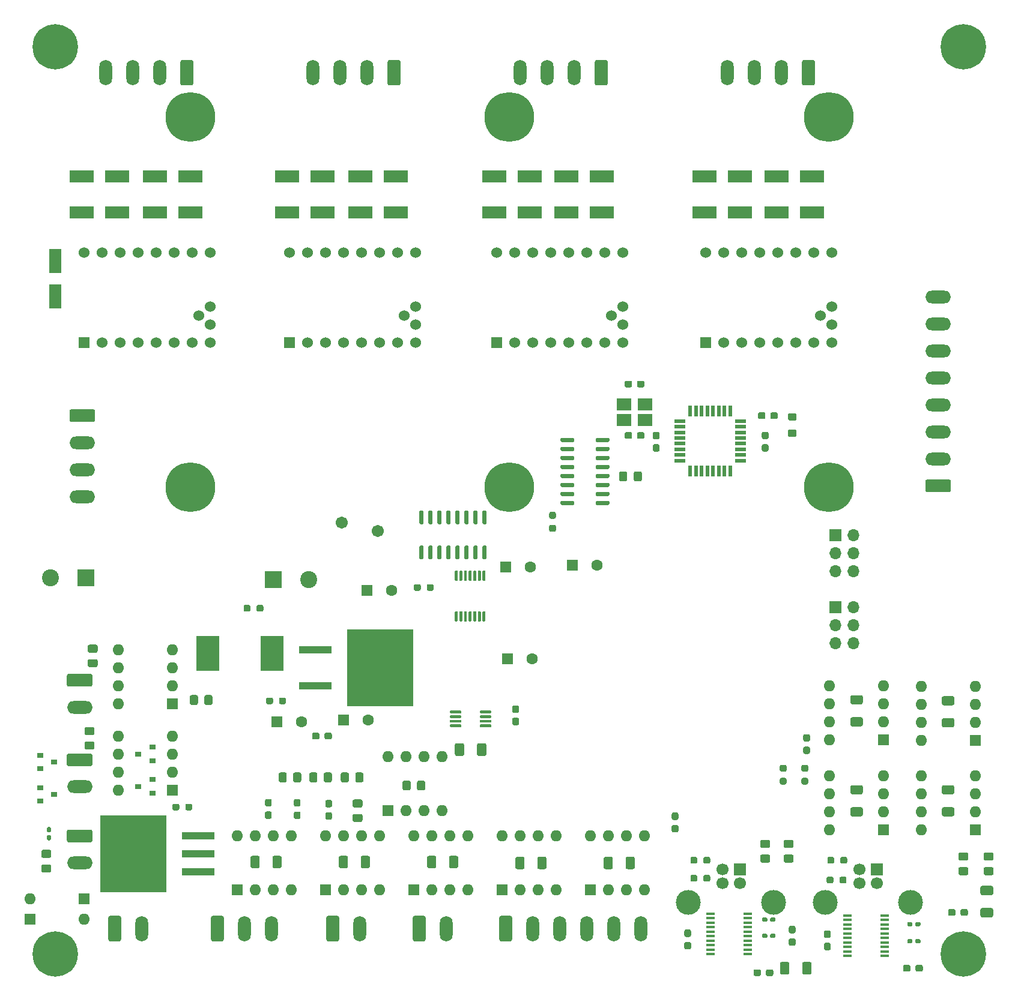
<source format=gbs>
%TF.GenerationSoftware,KiCad,Pcbnew,(5.1.10)-1*%
%TF.CreationDate,2021-11-24T08:50:27+08:00*%
%TF.ProjectId,grbl_board,6772626c-5f62-46f6-9172-642e6b696361,rev?*%
%TF.SameCoordinates,Original*%
%TF.FileFunction,Soldermask,Bot*%
%TF.FilePolarity,Negative*%
%FSLAX46Y46*%
G04 Gerber Fmt 4.6, Leading zero omitted, Abs format (unit mm)*
G04 Created by KiCad (PCBNEW (5.1.10)-1) date 2021-11-24 08:50:27*
%MOMM*%
%LPD*%
G01*
G04 APERTURE LIST*
%ADD10C,3.500000*%
%ADD11C,1.700000*%
%ADD12R,1.700000X1.700000*%
%ADD13C,1.524000*%
%ADD14R,1.524000X1.524000*%
%ADD15C,7.000000*%
%ADD16O,3.600000X1.800000*%
%ADD17O,1.600000X1.600000*%
%ADD18R,1.600000X1.600000*%
%ADD19R,2.100000X1.725000*%
%ADD20R,0.550000X1.600000*%
%ADD21R,1.600000X0.550000*%
%ADD22R,1.200000X0.400000*%
%ADD23R,9.400000X10.800000*%
%ADD24R,4.600000X1.100000*%
%ADD25R,0.900000X0.800000*%
%ADD26R,3.175000X4.950000*%
%ADD27O,1.700000X1.700000*%
%ADD28O,1.800000X3.600000*%
%ADD29C,6.400000*%
%ADD30C,1.710000*%
%ADD31R,3.500000X1.800000*%
%ADD32R,1.800000X3.500000*%
%ADD33C,1.600000*%
%ADD34C,2.400000*%
%ADD35R,2.400000X2.400000*%
G04 APERTURE END LIST*
%TO.C,R60*%
G36*
G01*
X158808000Y-88005499D02*
X158808000Y-88905501D01*
G75*
G02*
X158558001Y-89155500I-249999J0D01*
G01*
X157907999Y-89155500D01*
G75*
G02*
X157658000Y-88905501I0J249999D01*
G01*
X157658000Y-88005499D01*
G75*
G02*
X157907999Y-87755500I249999J0D01*
G01*
X158558001Y-87755500D01*
G75*
G02*
X158808000Y-88005499I0J-249999D01*
G01*
G37*
G36*
G01*
X160858000Y-88005499D02*
X160858000Y-88905501D01*
G75*
G02*
X160608001Y-89155500I-249999J0D01*
G01*
X159957999Y-89155500D01*
G75*
G02*
X159708000Y-88905501I0J249999D01*
G01*
X159708000Y-88005499D01*
G75*
G02*
X159957999Y-87755500I249999J0D01*
G01*
X160608001Y-87755500D01*
G75*
G02*
X160858000Y-88005499I0J-249999D01*
G01*
G37*
%TD*%
%TO.C,C22*%
G36*
G01*
X142828000Y-122499000D02*
X143303000Y-122499000D01*
G75*
G02*
X143540500Y-122736500I0J-237500D01*
G01*
X143540500Y-123336500D01*
G75*
G02*
X143303000Y-123574000I-237500J0D01*
G01*
X142828000Y-123574000D01*
G75*
G02*
X142590500Y-123336500I0J237500D01*
G01*
X142590500Y-122736500D01*
G75*
G02*
X142828000Y-122499000I237500J0D01*
G01*
G37*
G36*
G01*
X142828000Y-120774000D02*
X143303000Y-120774000D01*
G75*
G02*
X143540500Y-121011500I0J-237500D01*
G01*
X143540500Y-121611500D01*
G75*
G02*
X143303000Y-121849000I-237500J0D01*
G01*
X142828000Y-121849000D01*
G75*
G02*
X142590500Y-121611500I0J237500D01*
G01*
X142590500Y-121011500D01*
G75*
G02*
X142828000Y-120774000I237500J0D01*
G01*
G37*
%TD*%
D10*
%TO.C,J17*%
X186722500Y-148601000D03*
X198762500Y-148601000D03*
D11*
X193992500Y-145891000D03*
X191492500Y-145891000D03*
X191492500Y-143891000D03*
D12*
X193992500Y-143891000D03*
%TD*%
D10*
%TO.C,J3*%
X167418500Y-148601000D03*
X179458500Y-148601000D03*
D11*
X174688500Y-145891000D03*
X172188500Y-145891000D03*
X172188500Y-143891000D03*
D12*
X174688500Y-143891000D03*
%TD*%
D13*
%TO.C,U7*%
X156527500Y-65786000D03*
X158178500Y-64516000D03*
X158178500Y-67056000D03*
D14*
X140398500Y-69596000D03*
D13*
X142938500Y-69596000D03*
X145478500Y-69596000D03*
X148018500Y-69596000D03*
X150558500Y-69596000D03*
X153098500Y-69596000D03*
X155638500Y-69596000D03*
X158178500Y-69596000D03*
X158178500Y-56896000D03*
X155638500Y-56896000D03*
X153098500Y-56896000D03*
X150558500Y-56896000D03*
X148018500Y-56896000D03*
X145478500Y-56896000D03*
X142938500Y-56896000D03*
X140398500Y-56896000D03*
%TD*%
%TO.C,U5*%
X98361500Y-65786000D03*
X100012500Y-64516000D03*
X100012500Y-67056000D03*
D14*
X82232500Y-69596000D03*
D13*
X84772500Y-69596000D03*
X87312500Y-69596000D03*
X89852500Y-69596000D03*
X92392500Y-69596000D03*
X94932500Y-69596000D03*
X97472500Y-69596000D03*
X100012500Y-69596000D03*
X100012500Y-56896000D03*
X97472500Y-56896000D03*
X94932500Y-56896000D03*
X92392500Y-56896000D03*
X89852500Y-56896000D03*
X87312500Y-56896000D03*
X84772500Y-56896000D03*
X82232500Y-56896000D03*
%TD*%
D15*
%TO.C,HS1*%
X97176500Y-37781000D03*
X97176500Y-89981000D03*
X187176500Y-37781000D03*
X187176500Y-89981000D03*
X142176500Y-37781000D03*
X142176500Y-89981000D03*
%TD*%
D16*
%TO.C,J5*%
X81978500Y-91313000D03*
X81978500Y-87503000D03*
X81978500Y-83693000D03*
G36*
G01*
X80428500Y-78983000D02*
X83528500Y-78983000D01*
G75*
G02*
X83778500Y-79233000I0J-250000D01*
G01*
X83778500Y-80533000D01*
G75*
G02*
X83528500Y-80783000I-250000J0D01*
G01*
X80428500Y-80783000D01*
G75*
G02*
X80178500Y-80533000I0J250000D01*
G01*
X80178500Y-79233000D01*
G75*
G02*
X80428500Y-78983000I250000J0D01*
G01*
G37*
%TD*%
D17*
%TO.C,U15*%
X200215500Y-138303000D03*
X207835500Y-130683000D03*
X200215500Y-135763000D03*
X207835500Y-133223000D03*
X200215500Y-133223000D03*
X207835500Y-135763000D03*
X200215500Y-130683000D03*
D18*
X207835500Y-138303000D03*
%TD*%
D13*
%TO.C,U8*%
X185991500Y-65786000D03*
X187642500Y-64516000D03*
X187642500Y-67056000D03*
D14*
X169862500Y-69596000D03*
D13*
X172402500Y-69596000D03*
X174942500Y-69596000D03*
X177482500Y-69596000D03*
X180022500Y-69596000D03*
X182562500Y-69596000D03*
X185102500Y-69596000D03*
X187642500Y-69596000D03*
X187642500Y-56896000D03*
X185102500Y-56896000D03*
X182562500Y-56896000D03*
X180022500Y-56896000D03*
X177482500Y-56896000D03*
X174942500Y-56896000D03*
X172402500Y-56896000D03*
X169862500Y-56896000D03*
%TD*%
%TO.C,U6*%
X127317500Y-65786000D03*
X128968500Y-64516000D03*
X128968500Y-67056000D03*
D14*
X111188500Y-69596000D03*
D13*
X113728500Y-69596000D03*
X116268500Y-69596000D03*
X118808500Y-69596000D03*
X121348500Y-69596000D03*
X123888500Y-69596000D03*
X126428500Y-69596000D03*
X128968500Y-69596000D03*
X128968500Y-56896000D03*
X126428500Y-56896000D03*
X123888500Y-56896000D03*
X121348500Y-56896000D03*
X118808500Y-56896000D03*
X116268500Y-56896000D03*
X113728500Y-56896000D03*
X111188500Y-56896000D03*
%TD*%
D19*
%TO.C,Y2*%
X161279500Y-78287500D03*
X158379500Y-78287500D03*
X158379500Y-80462500D03*
X161279500Y-80462500D03*
%TD*%
%TO.C,U29*%
G36*
G01*
X154344500Y-92352000D02*
X154344500Y-92052000D01*
G75*
G02*
X154494500Y-91902000I150000J0D01*
G01*
X156144500Y-91902000D01*
G75*
G02*
X156294500Y-92052000I0J-150000D01*
G01*
X156294500Y-92352000D01*
G75*
G02*
X156144500Y-92502000I-150000J0D01*
G01*
X154494500Y-92502000D01*
G75*
G02*
X154344500Y-92352000I0J150000D01*
G01*
G37*
G36*
G01*
X154344500Y-91082000D02*
X154344500Y-90782000D01*
G75*
G02*
X154494500Y-90632000I150000J0D01*
G01*
X156144500Y-90632000D01*
G75*
G02*
X156294500Y-90782000I0J-150000D01*
G01*
X156294500Y-91082000D01*
G75*
G02*
X156144500Y-91232000I-150000J0D01*
G01*
X154494500Y-91232000D01*
G75*
G02*
X154344500Y-91082000I0J150000D01*
G01*
G37*
G36*
G01*
X154344500Y-89812000D02*
X154344500Y-89512000D01*
G75*
G02*
X154494500Y-89362000I150000J0D01*
G01*
X156144500Y-89362000D01*
G75*
G02*
X156294500Y-89512000I0J-150000D01*
G01*
X156294500Y-89812000D01*
G75*
G02*
X156144500Y-89962000I-150000J0D01*
G01*
X154494500Y-89962000D01*
G75*
G02*
X154344500Y-89812000I0J150000D01*
G01*
G37*
G36*
G01*
X154344500Y-88542000D02*
X154344500Y-88242000D01*
G75*
G02*
X154494500Y-88092000I150000J0D01*
G01*
X156144500Y-88092000D01*
G75*
G02*
X156294500Y-88242000I0J-150000D01*
G01*
X156294500Y-88542000D01*
G75*
G02*
X156144500Y-88692000I-150000J0D01*
G01*
X154494500Y-88692000D01*
G75*
G02*
X154344500Y-88542000I0J150000D01*
G01*
G37*
G36*
G01*
X154344500Y-87272000D02*
X154344500Y-86972000D01*
G75*
G02*
X154494500Y-86822000I150000J0D01*
G01*
X156144500Y-86822000D01*
G75*
G02*
X156294500Y-86972000I0J-150000D01*
G01*
X156294500Y-87272000D01*
G75*
G02*
X156144500Y-87422000I-150000J0D01*
G01*
X154494500Y-87422000D01*
G75*
G02*
X154344500Y-87272000I0J150000D01*
G01*
G37*
G36*
G01*
X154344500Y-86002000D02*
X154344500Y-85702000D01*
G75*
G02*
X154494500Y-85552000I150000J0D01*
G01*
X156144500Y-85552000D01*
G75*
G02*
X156294500Y-85702000I0J-150000D01*
G01*
X156294500Y-86002000D01*
G75*
G02*
X156144500Y-86152000I-150000J0D01*
G01*
X154494500Y-86152000D01*
G75*
G02*
X154344500Y-86002000I0J150000D01*
G01*
G37*
G36*
G01*
X154344500Y-84732000D02*
X154344500Y-84432000D01*
G75*
G02*
X154494500Y-84282000I150000J0D01*
G01*
X156144500Y-84282000D01*
G75*
G02*
X156294500Y-84432000I0J-150000D01*
G01*
X156294500Y-84732000D01*
G75*
G02*
X156144500Y-84882000I-150000J0D01*
G01*
X154494500Y-84882000D01*
G75*
G02*
X154344500Y-84732000I0J150000D01*
G01*
G37*
G36*
G01*
X154344500Y-83462000D02*
X154344500Y-83162000D01*
G75*
G02*
X154494500Y-83012000I150000J0D01*
G01*
X156144500Y-83012000D01*
G75*
G02*
X156294500Y-83162000I0J-150000D01*
G01*
X156294500Y-83462000D01*
G75*
G02*
X156144500Y-83612000I-150000J0D01*
G01*
X154494500Y-83612000D01*
G75*
G02*
X154344500Y-83462000I0J150000D01*
G01*
G37*
G36*
G01*
X149394500Y-83462000D02*
X149394500Y-83162000D01*
G75*
G02*
X149544500Y-83012000I150000J0D01*
G01*
X151194500Y-83012000D01*
G75*
G02*
X151344500Y-83162000I0J-150000D01*
G01*
X151344500Y-83462000D01*
G75*
G02*
X151194500Y-83612000I-150000J0D01*
G01*
X149544500Y-83612000D01*
G75*
G02*
X149394500Y-83462000I0J150000D01*
G01*
G37*
G36*
G01*
X149394500Y-84732000D02*
X149394500Y-84432000D01*
G75*
G02*
X149544500Y-84282000I150000J0D01*
G01*
X151194500Y-84282000D01*
G75*
G02*
X151344500Y-84432000I0J-150000D01*
G01*
X151344500Y-84732000D01*
G75*
G02*
X151194500Y-84882000I-150000J0D01*
G01*
X149544500Y-84882000D01*
G75*
G02*
X149394500Y-84732000I0J150000D01*
G01*
G37*
G36*
G01*
X149394500Y-86002000D02*
X149394500Y-85702000D01*
G75*
G02*
X149544500Y-85552000I150000J0D01*
G01*
X151194500Y-85552000D01*
G75*
G02*
X151344500Y-85702000I0J-150000D01*
G01*
X151344500Y-86002000D01*
G75*
G02*
X151194500Y-86152000I-150000J0D01*
G01*
X149544500Y-86152000D01*
G75*
G02*
X149394500Y-86002000I0J150000D01*
G01*
G37*
G36*
G01*
X149394500Y-87272000D02*
X149394500Y-86972000D01*
G75*
G02*
X149544500Y-86822000I150000J0D01*
G01*
X151194500Y-86822000D01*
G75*
G02*
X151344500Y-86972000I0J-150000D01*
G01*
X151344500Y-87272000D01*
G75*
G02*
X151194500Y-87422000I-150000J0D01*
G01*
X149544500Y-87422000D01*
G75*
G02*
X149394500Y-87272000I0J150000D01*
G01*
G37*
G36*
G01*
X149394500Y-88542000D02*
X149394500Y-88242000D01*
G75*
G02*
X149544500Y-88092000I150000J0D01*
G01*
X151194500Y-88092000D01*
G75*
G02*
X151344500Y-88242000I0J-150000D01*
G01*
X151344500Y-88542000D01*
G75*
G02*
X151194500Y-88692000I-150000J0D01*
G01*
X149544500Y-88692000D01*
G75*
G02*
X149394500Y-88542000I0J150000D01*
G01*
G37*
G36*
G01*
X149394500Y-89812000D02*
X149394500Y-89512000D01*
G75*
G02*
X149544500Y-89362000I150000J0D01*
G01*
X151194500Y-89362000D01*
G75*
G02*
X151344500Y-89512000I0J-150000D01*
G01*
X151344500Y-89812000D01*
G75*
G02*
X151194500Y-89962000I-150000J0D01*
G01*
X149544500Y-89962000D01*
G75*
G02*
X149394500Y-89812000I0J150000D01*
G01*
G37*
G36*
G01*
X149394500Y-91082000D02*
X149394500Y-90782000D01*
G75*
G02*
X149544500Y-90632000I150000J0D01*
G01*
X151194500Y-90632000D01*
G75*
G02*
X151344500Y-90782000I0J-150000D01*
G01*
X151344500Y-91082000D01*
G75*
G02*
X151194500Y-91232000I-150000J0D01*
G01*
X149544500Y-91232000D01*
G75*
G02*
X149394500Y-91082000I0J150000D01*
G01*
G37*
G36*
G01*
X149394500Y-92352000D02*
X149394500Y-92052000D01*
G75*
G02*
X149544500Y-91902000I150000J0D01*
G01*
X151194500Y-91902000D01*
G75*
G02*
X151344500Y-92052000I0J-150000D01*
G01*
X151344500Y-92352000D01*
G75*
G02*
X151194500Y-92502000I-150000J0D01*
G01*
X149544500Y-92502000D01*
G75*
G02*
X149394500Y-92352000I0J150000D01*
G01*
G37*
%TD*%
D20*
%TO.C,U28*%
X167697500Y-87689000D03*
X168497500Y-87689000D03*
X169297500Y-87689000D03*
X170097500Y-87689000D03*
X170897500Y-87689000D03*
X171697500Y-87689000D03*
X172497500Y-87689000D03*
X173297500Y-87689000D03*
D21*
X174747500Y-86239000D03*
X174747500Y-85439000D03*
X174747500Y-84639000D03*
X174747500Y-83839000D03*
X174747500Y-83039000D03*
X174747500Y-82239000D03*
X174747500Y-81439000D03*
X174747500Y-80639000D03*
D20*
X173297500Y-79189000D03*
X172497500Y-79189000D03*
X171697500Y-79189000D03*
X170897500Y-79189000D03*
X170097500Y-79189000D03*
X169297500Y-79189000D03*
X168497500Y-79189000D03*
X167697500Y-79189000D03*
D21*
X166247500Y-80639000D03*
X166247500Y-81439000D03*
X166247500Y-82239000D03*
X166247500Y-83039000D03*
X166247500Y-83839000D03*
X166247500Y-84639000D03*
X166247500Y-85439000D03*
X166247500Y-86239000D03*
%TD*%
%TO.C,U27*%
G36*
G01*
X129644000Y-98210500D02*
X129944000Y-98210500D01*
G75*
G02*
X130094000Y-98360500I0J-150000D01*
G01*
X130094000Y-100010500D01*
G75*
G02*
X129944000Y-100160500I-150000J0D01*
G01*
X129644000Y-100160500D01*
G75*
G02*
X129494000Y-100010500I0J150000D01*
G01*
X129494000Y-98360500D01*
G75*
G02*
X129644000Y-98210500I150000J0D01*
G01*
G37*
G36*
G01*
X130914000Y-98210500D02*
X131214000Y-98210500D01*
G75*
G02*
X131364000Y-98360500I0J-150000D01*
G01*
X131364000Y-100010500D01*
G75*
G02*
X131214000Y-100160500I-150000J0D01*
G01*
X130914000Y-100160500D01*
G75*
G02*
X130764000Y-100010500I0J150000D01*
G01*
X130764000Y-98360500D01*
G75*
G02*
X130914000Y-98210500I150000J0D01*
G01*
G37*
G36*
G01*
X132184000Y-98210500D02*
X132484000Y-98210500D01*
G75*
G02*
X132634000Y-98360500I0J-150000D01*
G01*
X132634000Y-100010500D01*
G75*
G02*
X132484000Y-100160500I-150000J0D01*
G01*
X132184000Y-100160500D01*
G75*
G02*
X132034000Y-100010500I0J150000D01*
G01*
X132034000Y-98360500D01*
G75*
G02*
X132184000Y-98210500I150000J0D01*
G01*
G37*
G36*
G01*
X133454000Y-98210500D02*
X133754000Y-98210500D01*
G75*
G02*
X133904000Y-98360500I0J-150000D01*
G01*
X133904000Y-100010500D01*
G75*
G02*
X133754000Y-100160500I-150000J0D01*
G01*
X133454000Y-100160500D01*
G75*
G02*
X133304000Y-100010500I0J150000D01*
G01*
X133304000Y-98360500D01*
G75*
G02*
X133454000Y-98210500I150000J0D01*
G01*
G37*
G36*
G01*
X134724000Y-98210500D02*
X135024000Y-98210500D01*
G75*
G02*
X135174000Y-98360500I0J-150000D01*
G01*
X135174000Y-100010500D01*
G75*
G02*
X135024000Y-100160500I-150000J0D01*
G01*
X134724000Y-100160500D01*
G75*
G02*
X134574000Y-100010500I0J150000D01*
G01*
X134574000Y-98360500D01*
G75*
G02*
X134724000Y-98210500I150000J0D01*
G01*
G37*
G36*
G01*
X135994000Y-98210500D02*
X136294000Y-98210500D01*
G75*
G02*
X136444000Y-98360500I0J-150000D01*
G01*
X136444000Y-100010500D01*
G75*
G02*
X136294000Y-100160500I-150000J0D01*
G01*
X135994000Y-100160500D01*
G75*
G02*
X135844000Y-100010500I0J150000D01*
G01*
X135844000Y-98360500D01*
G75*
G02*
X135994000Y-98210500I150000J0D01*
G01*
G37*
G36*
G01*
X137264000Y-98210500D02*
X137564000Y-98210500D01*
G75*
G02*
X137714000Y-98360500I0J-150000D01*
G01*
X137714000Y-100010500D01*
G75*
G02*
X137564000Y-100160500I-150000J0D01*
G01*
X137264000Y-100160500D01*
G75*
G02*
X137114000Y-100010500I0J150000D01*
G01*
X137114000Y-98360500D01*
G75*
G02*
X137264000Y-98210500I150000J0D01*
G01*
G37*
G36*
G01*
X138534000Y-98210500D02*
X138834000Y-98210500D01*
G75*
G02*
X138984000Y-98360500I0J-150000D01*
G01*
X138984000Y-100010500D01*
G75*
G02*
X138834000Y-100160500I-150000J0D01*
G01*
X138534000Y-100160500D01*
G75*
G02*
X138384000Y-100010500I0J150000D01*
G01*
X138384000Y-98360500D01*
G75*
G02*
X138534000Y-98210500I150000J0D01*
G01*
G37*
G36*
G01*
X138534000Y-93260500D02*
X138834000Y-93260500D01*
G75*
G02*
X138984000Y-93410500I0J-150000D01*
G01*
X138984000Y-95060500D01*
G75*
G02*
X138834000Y-95210500I-150000J0D01*
G01*
X138534000Y-95210500D01*
G75*
G02*
X138384000Y-95060500I0J150000D01*
G01*
X138384000Y-93410500D01*
G75*
G02*
X138534000Y-93260500I150000J0D01*
G01*
G37*
G36*
G01*
X137264000Y-93260500D02*
X137564000Y-93260500D01*
G75*
G02*
X137714000Y-93410500I0J-150000D01*
G01*
X137714000Y-95060500D01*
G75*
G02*
X137564000Y-95210500I-150000J0D01*
G01*
X137264000Y-95210500D01*
G75*
G02*
X137114000Y-95060500I0J150000D01*
G01*
X137114000Y-93410500D01*
G75*
G02*
X137264000Y-93260500I150000J0D01*
G01*
G37*
G36*
G01*
X135994000Y-93260500D02*
X136294000Y-93260500D01*
G75*
G02*
X136444000Y-93410500I0J-150000D01*
G01*
X136444000Y-95060500D01*
G75*
G02*
X136294000Y-95210500I-150000J0D01*
G01*
X135994000Y-95210500D01*
G75*
G02*
X135844000Y-95060500I0J150000D01*
G01*
X135844000Y-93410500D01*
G75*
G02*
X135994000Y-93260500I150000J0D01*
G01*
G37*
G36*
G01*
X134724000Y-93260500D02*
X135024000Y-93260500D01*
G75*
G02*
X135174000Y-93410500I0J-150000D01*
G01*
X135174000Y-95060500D01*
G75*
G02*
X135024000Y-95210500I-150000J0D01*
G01*
X134724000Y-95210500D01*
G75*
G02*
X134574000Y-95060500I0J150000D01*
G01*
X134574000Y-93410500D01*
G75*
G02*
X134724000Y-93260500I150000J0D01*
G01*
G37*
G36*
G01*
X133454000Y-93260500D02*
X133754000Y-93260500D01*
G75*
G02*
X133904000Y-93410500I0J-150000D01*
G01*
X133904000Y-95060500D01*
G75*
G02*
X133754000Y-95210500I-150000J0D01*
G01*
X133454000Y-95210500D01*
G75*
G02*
X133304000Y-95060500I0J150000D01*
G01*
X133304000Y-93410500D01*
G75*
G02*
X133454000Y-93260500I150000J0D01*
G01*
G37*
G36*
G01*
X132184000Y-93260500D02*
X132484000Y-93260500D01*
G75*
G02*
X132634000Y-93410500I0J-150000D01*
G01*
X132634000Y-95060500D01*
G75*
G02*
X132484000Y-95210500I-150000J0D01*
G01*
X132184000Y-95210500D01*
G75*
G02*
X132034000Y-95060500I0J150000D01*
G01*
X132034000Y-93410500D01*
G75*
G02*
X132184000Y-93260500I150000J0D01*
G01*
G37*
G36*
G01*
X130914000Y-93260500D02*
X131214000Y-93260500D01*
G75*
G02*
X131364000Y-93410500I0J-150000D01*
G01*
X131364000Y-95060500D01*
G75*
G02*
X131214000Y-95210500I-150000J0D01*
G01*
X130914000Y-95210500D01*
G75*
G02*
X130764000Y-95060500I0J150000D01*
G01*
X130764000Y-93410500D01*
G75*
G02*
X130914000Y-93260500I150000J0D01*
G01*
G37*
G36*
G01*
X129644000Y-93260500D02*
X129944000Y-93260500D01*
G75*
G02*
X130094000Y-93410500I0J-150000D01*
G01*
X130094000Y-95060500D01*
G75*
G02*
X129944000Y-95210500I-150000J0D01*
G01*
X129644000Y-95210500D01*
G75*
G02*
X129494000Y-95060500I0J150000D01*
G01*
X129494000Y-93410500D01*
G75*
G02*
X129644000Y-93260500I150000J0D01*
G01*
G37*
%TD*%
%TO.C,U26*%
G36*
G01*
X134602000Y-107471500D02*
X134802000Y-107471500D01*
G75*
G02*
X134902000Y-107571500I0J-100000D01*
G01*
X134902000Y-108846500D01*
G75*
G02*
X134802000Y-108946500I-100000J0D01*
G01*
X134602000Y-108946500D01*
G75*
G02*
X134502000Y-108846500I0J100000D01*
G01*
X134502000Y-107571500D01*
G75*
G02*
X134602000Y-107471500I100000J0D01*
G01*
G37*
G36*
G01*
X135252000Y-107471500D02*
X135452000Y-107471500D01*
G75*
G02*
X135552000Y-107571500I0J-100000D01*
G01*
X135552000Y-108846500D01*
G75*
G02*
X135452000Y-108946500I-100000J0D01*
G01*
X135252000Y-108946500D01*
G75*
G02*
X135152000Y-108846500I0J100000D01*
G01*
X135152000Y-107571500D01*
G75*
G02*
X135252000Y-107471500I100000J0D01*
G01*
G37*
G36*
G01*
X135902000Y-107471500D02*
X136102000Y-107471500D01*
G75*
G02*
X136202000Y-107571500I0J-100000D01*
G01*
X136202000Y-108846500D01*
G75*
G02*
X136102000Y-108946500I-100000J0D01*
G01*
X135902000Y-108946500D01*
G75*
G02*
X135802000Y-108846500I0J100000D01*
G01*
X135802000Y-107571500D01*
G75*
G02*
X135902000Y-107471500I100000J0D01*
G01*
G37*
G36*
G01*
X136552000Y-107471500D02*
X136752000Y-107471500D01*
G75*
G02*
X136852000Y-107571500I0J-100000D01*
G01*
X136852000Y-108846500D01*
G75*
G02*
X136752000Y-108946500I-100000J0D01*
G01*
X136552000Y-108946500D01*
G75*
G02*
X136452000Y-108846500I0J100000D01*
G01*
X136452000Y-107571500D01*
G75*
G02*
X136552000Y-107471500I100000J0D01*
G01*
G37*
G36*
G01*
X137202000Y-107471500D02*
X137402000Y-107471500D01*
G75*
G02*
X137502000Y-107571500I0J-100000D01*
G01*
X137502000Y-108846500D01*
G75*
G02*
X137402000Y-108946500I-100000J0D01*
G01*
X137202000Y-108946500D01*
G75*
G02*
X137102000Y-108846500I0J100000D01*
G01*
X137102000Y-107571500D01*
G75*
G02*
X137202000Y-107471500I100000J0D01*
G01*
G37*
G36*
G01*
X137852000Y-107471500D02*
X138052000Y-107471500D01*
G75*
G02*
X138152000Y-107571500I0J-100000D01*
G01*
X138152000Y-108846500D01*
G75*
G02*
X138052000Y-108946500I-100000J0D01*
G01*
X137852000Y-108946500D01*
G75*
G02*
X137752000Y-108846500I0J100000D01*
G01*
X137752000Y-107571500D01*
G75*
G02*
X137852000Y-107471500I100000J0D01*
G01*
G37*
G36*
G01*
X138502000Y-107471500D02*
X138702000Y-107471500D01*
G75*
G02*
X138802000Y-107571500I0J-100000D01*
G01*
X138802000Y-108846500D01*
G75*
G02*
X138702000Y-108946500I-100000J0D01*
G01*
X138502000Y-108946500D01*
G75*
G02*
X138402000Y-108846500I0J100000D01*
G01*
X138402000Y-107571500D01*
G75*
G02*
X138502000Y-107471500I100000J0D01*
G01*
G37*
G36*
G01*
X138502000Y-101746500D02*
X138702000Y-101746500D01*
G75*
G02*
X138802000Y-101846500I0J-100000D01*
G01*
X138802000Y-103121500D01*
G75*
G02*
X138702000Y-103221500I-100000J0D01*
G01*
X138502000Y-103221500D01*
G75*
G02*
X138402000Y-103121500I0J100000D01*
G01*
X138402000Y-101846500D01*
G75*
G02*
X138502000Y-101746500I100000J0D01*
G01*
G37*
G36*
G01*
X137852000Y-101746500D02*
X138052000Y-101746500D01*
G75*
G02*
X138152000Y-101846500I0J-100000D01*
G01*
X138152000Y-103121500D01*
G75*
G02*
X138052000Y-103221500I-100000J0D01*
G01*
X137852000Y-103221500D01*
G75*
G02*
X137752000Y-103121500I0J100000D01*
G01*
X137752000Y-101846500D01*
G75*
G02*
X137852000Y-101746500I100000J0D01*
G01*
G37*
G36*
G01*
X137202000Y-101746500D02*
X137402000Y-101746500D01*
G75*
G02*
X137502000Y-101846500I0J-100000D01*
G01*
X137502000Y-103121500D01*
G75*
G02*
X137402000Y-103221500I-100000J0D01*
G01*
X137202000Y-103221500D01*
G75*
G02*
X137102000Y-103121500I0J100000D01*
G01*
X137102000Y-101846500D01*
G75*
G02*
X137202000Y-101746500I100000J0D01*
G01*
G37*
G36*
G01*
X136552000Y-101746500D02*
X136752000Y-101746500D01*
G75*
G02*
X136852000Y-101846500I0J-100000D01*
G01*
X136852000Y-103121500D01*
G75*
G02*
X136752000Y-103221500I-100000J0D01*
G01*
X136552000Y-103221500D01*
G75*
G02*
X136452000Y-103121500I0J100000D01*
G01*
X136452000Y-101846500D01*
G75*
G02*
X136552000Y-101746500I100000J0D01*
G01*
G37*
G36*
G01*
X135902000Y-101746500D02*
X136102000Y-101746500D01*
G75*
G02*
X136202000Y-101846500I0J-100000D01*
G01*
X136202000Y-103121500D01*
G75*
G02*
X136102000Y-103221500I-100000J0D01*
G01*
X135902000Y-103221500D01*
G75*
G02*
X135802000Y-103121500I0J100000D01*
G01*
X135802000Y-101846500D01*
G75*
G02*
X135902000Y-101746500I100000J0D01*
G01*
G37*
G36*
G01*
X135252000Y-101746500D02*
X135452000Y-101746500D01*
G75*
G02*
X135552000Y-101846500I0J-100000D01*
G01*
X135552000Y-103121500D01*
G75*
G02*
X135452000Y-103221500I-100000J0D01*
G01*
X135252000Y-103221500D01*
G75*
G02*
X135152000Y-103121500I0J100000D01*
G01*
X135152000Y-101846500D01*
G75*
G02*
X135252000Y-101746500I100000J0D01*
G01*
G37*
G36*
G01*
X134602000Y-101746500D02*
X134802000Y-101746500D01*
G75*
G02*
X134902000Y-101846500I0J-100000D01*
G01*
X134902000Y-103121500D01*
G75*
G02*
X134802000Y-103221500I-100000J0D01*
G01*
X134602000Y-103221500D01*
G75*
G02*
X134502000Y-103121500I0J100000D01*
G01*
X134502000Y-101846500D01*
G75*
G02*
X134602000Y-101746500I100000J0D01*
G01*
G37*
%TD*%
D22*
%TO.C,U25*%
X195068500Y-156146500D03*
X195068500Y-155511500D03*
X195068500Y-154876500D03*
X195068500Y-154241500D03*
X195068500Y-153606500D03*
X195068500Y-152971500D03*
X195068500Y-152336500D03*
X195068500Y-151701500D03*
X195068500Y-151066500D03*
X195068500Y-150431500D03*
X189868500Y-150431500D03*
X189868500Y-151066500D03*
X189868500Y-151701500D03*
X189868500Y-152336500D03*
X189868500Y-152971500D03*
X189868500Y-153606500D03*
X189868500Y-154241500D03*
X189868500Y-154876500D03*
X189868500Y-155511500D03*
X189868500Y-156146500D03*
%TD*%
D23*
%TO.C,U24*%
X123961500Y-115443000D03*
D24*
X114811500Y-112903000D03*
X114811500Y-117983000D03*
%TD*%
D17*
%TO.C,U20*%
X125031500Y-128016000D03*
X132651500Y-135636000D03*
X127571500Y-128016000D03*
X130111500Y-135636000D03*
X130111500Y-128016000D03*
X127571500Y-135636000D03*
X132651500Y-128016000D03*
D18*
X125031500Y-135636000D03*
%TD*%
D17*
%TO.C,U19*%
X87058500Y-132715000D03*
X94678500Y-125095000D03*
X87058500Y-130175000D03*
X94678500Y-127635000D03*
X87058500Y-127635000D03*
X94678500Y-130175000D03*
X87058500Y-125095000D03*
D18*
X94678500Y-132715000D03*
%TD*%
D17*
%TO.C,U18*%
X87058500Y-120523000D03*
X94678500Y-112903000D03*
X87058500Y-117983000D03*
X94678500Y-115443000D03*
X87058500Y-115443000D03*
X94678500Y-117983000D03*
X87058500Y-112903000D03*
D18*
X94678500Y-120523000D03*
%TD*%
D17*
%TO.C,U17*%
X187325000Y-125603000D03*
X194945000Y-117983000D03*
X187325000Y-123063000D03*
X194945000Y-120523000D03*
X187325000Y-120523000D03*
X194945000Y-123063000D03*
X187325000Y-117983000D03*
D18*
X194945000Y-125603000D03*
%TD*%
D17*
%TO.C,U16*%
X200215500Y-125730000D03*
X207835500Y-118110000D03*
X200215500Y-123190000D03*
X207835500Y-120650000D03*
X200215500Y-120650000D03*
X207835500Y-123190000D03*
X200215500Y-118110000D03*
D18*
X207835500Y-125730000D03*
%TD*%
D17*
%TO.C,U14*%
X187325000Y-138303000D03*
X194945000Y-130683000D03*
X187325000Y-135763000D03*
X194945000Y-133223000D03*
X187325000Y-133223000D03*
X194945000Y-135763000D03*
X187325000Y-130683000D03*
D18*
X194945000Y-138303000D03*
%TD*%
D17*
%TO.C,U13*%
X116268500Y-139192000D03*
X123888500Y-146812000D03*
X118808500Y-139192000D03*
X121348500Y-146812000D03*
X121348500Y-139192000D03*
X118808500Y-146812000D03*
X123888500Y-139192000D03*
D18*
X116268500Y-146812000D03*
%TD*%
D17*
%TO.C,U12*%
X103822500Y-139192000D03*
X111442500Y-146812000D03*
X106362500Y-139192000D03*
X108902500Y-146812000D03*
X108902500Y-139192000D03*
X106362500Y-146812000D03*
X111442500Y-139192000D03*
D18*
X103822500Y-146812000D03*
%TD*%
D17*
%TO.C,U11*%
X128714500Y-139192000D03*
X136334500Y-146812000D03*
X131254500Y-139192000D03*
X133794500Y-146812000D03*
X133794500Y-139192000D03*
X131254500Y-146812000D03*
X136334500Y-139192000D03*
D18*
X128714500Y-146812000D03*
%TD*%
D17*
%TO.C,U10*%
X141160500Y-139192000D03*
X148780500Y-146812000D03*
X143700500Y-139192000D03*
X146240500Y-146812000D03*
X146240500Y-139192000D03*
X143700500Y-146812000D03*
X148780500Y-139192000D03*
D18*
X141160500Y-146812000D03*
%TD*%
D17*
%TO.C,U9*%
X153606500Y-139192000D03*
X161226500Y-146812000D03*
X156146500Y-139192000D03*
X158686500Y-146812000D03*
X158686500Y-139192000D03*
X156146500Y-146812000D03*
X161226500Y-139192000D03*
D18*
X153606500Y-146812000D03*
%TD*%
%TO.C,U3*%
G36*
G01*
X135415500Y-121607000D02*
X135415500Y-121807000D01*
G75*
G02*
X135315500Y-121907000I-100000J0D01*
G01*
X133890500Y-121907000D01*
G75*
G02*
X133790500Y-121807000I0J100000D01*
G01*
X133790500Y-121607000D01*
G75*
G02*
X133890500Y-121507000I100000J0D01*
G01*
X135315500Y-121507000D01*
G75*
G02*
X135415500Y-121607000I0J-100000D01*
G01*
G37*
G36*
G01*
X135415500Y-122257000D02*
X135415500Y-122457000D01*
G75*
G02*
X135315500Y-122557000I-100000J0D01*
G01*
X133890500Y-122557000D01*
G75*
G02*
X133790500Y-122457000I0J100000D01*
G01*
X133790500Y-122257000D01*
G75*
G02*
X133890500Y-122157000I100000J0D01*
G01*
X135315500Y-122157000D01*
G75*
G02*
X135415500Y-122257000I0J-100000D01*
G01*
G37*
G36*
G01*
X135415500Y-122907000D02*
X135415500Y-123107000D01*
G75*
G02*
X135315500Y-123207000I-100000J0D01*
G01*
X133890500Y-123207000D01*
G75*
G02*
X133790500Y-123107000I0J100000D01*
G01*
X133790500Y-122907000D01*
G75*
G02*
X133890500Y-122807000I100000J0D01*
G01*
X135315500Y-122807000D01*
G75*
G02*
X135415500Y-122907000I0J-100000D01*
G01*
G37*
G36*
G01*
X135415500Y-123557000D02*
X135415500Y-123757000D01*
G75*
G02*
X135315500Y-123857000I-100000J0D01*
G01*
X133890500Y-123857000D01*
G75*
G02*
X133790500Y-123757000I0J100000D01*
G01*
X133790500Y-123557000D01*
G75*
G02*
X133890500Y-123457000I100000J0D01*
G01*
X135315500Y-123457000D01*
G75*
G02*
X135415500Y-123557000I0J-100000D01*
G01*
G37*
G36*
G01*
X139640500Y-123557000D02*
X139640500Y-123757000D01*
G75*
G02*
X139540500Y-123857000I-100000J0D01*
G01*
X138115500Y-123857000D01*
G75*
G02*
X138015500Y-123757000I0J100000D01*
G01*
X138015500Y-123557000D01*
G75*
G02*
X138115500Y-123457000I100000J0D01*
G01*
X139540500Y-123457000D01*
G75*
G02*
X139640500Y-123557000I0J-100000D01*
G01*
G37*
G36*
G01*
X139640500Y-122907000D02*
X139640500Y-123107000D01*
G75*
G02*
X139540500Y-123207000I-100000J0D01*
G01*
X138115500Y-123207000D01*
G75*
G02*
X138015500Y-123107000I0J100000D01*
G01*
X138015500Y-122907000D01*
G75*
G02*
X138115500Y-122807000I100000J0D01*
G01*
X139540500Y-122807000D01*
G75*
G02*
X139640500Y-122907000I0J-100000D01*
G01*
G37*
G36*
G01*
X139640500Y-122257000D02*
X139640500Y-122457000D01*
G75*
G02*
X139540500Y-122557000I-100000J0D01*
G01*
X138115500Y-122557000D01*
G75*
G02*
X138015500Y-122457000I0J100000D01*
G01*
X138015500Y-122257000D01*
G75*
G02*
X138115500Y-122157000I100000J0D01*
G01*
X139540500Y-122157000D01*
G75*
G02*
X139640500Y-122257000I0J-100000D01*
G01*
G37*
G36*
G01*
X139640500Y-121607000D02*
X139640500Y-121807000D01*
G75*
G02*
X139540500Y-121907000I-100000J0D01*
G01*
X138115500Y-121907000D01*
G75*
G02*
X138015500Y-121807000I0J100000D01*
G01*
X138015500Y-121607000D01*
G75*
G02*
X138115500Y-121507000I100000J0D01*
G01*
X139540500Y-121507000D01*
G75*
G02*
X139640500Y-121607000I0J-100000D01*
G01*
G37*
%TD*%
D22*
%TO.C,U1*%
X175764500Y-155892500D03*
X175764500Y-155257500D03*
X175764500Y-154622500D03*
X175764500Y-153987500D03*
X175764500Y-153352500D03*
X175764500Y-152717500D03*
X175764500Y-152082500D03*
X175764500Y-151447500D03*
X175764500Y-150812500D03*
X175764500Y-150177500D03*
X170564500Y-150177500D03*
X170564500Y-150812500D03*
X170564500Y-151447500D03*
X170564500Y-152082500D03*
X170564500Y-152717500D03*
X170564500Y-153352500D03*
X170564500Y-153987500D03*
X170564500Y-154622500D03*
X170564500Y-155257500D03*
X170564500Y-155892500D03*
%TD*%
%TO.C,R63*%
G36*
G01*
X148510000Y-94444000D02*
X148035000Y-94444000D01*
G75*
G02*
X147797500Y-94206500I0J237500D01*
G01*
X147797500Y-93706500D01*
G75*
G02*
X148035000Y-93469000I237500J0D01*
G01*
X148510000Y-93469000D01*
G75*
G02*
X148747500Y-93706500I0J-237500D01*
G01*
X148747500Y-94206500D01*
G75*
G02*
X148510000Y-94444000I-237500J0D01*
G01*
G37*
G36*
G01*
X148510000Y-96269000D02*
X148035000Y-96269000D01*
G75*
G02*
X147797500Y-96031500I0J237500D01*
G01*
X147797500Y-95531500D01*
G75*
G02*
X148035000Y-95294000I237500J0D01*
G01*
X148510000Y-95294000D01*
G75*
G02*
X148747500Y-95531500I0J-237500D01*
G01*
X148747500Y-96031500D01*
G75*
G02*
X148510000Y-96269000I-237500J0D01*
G01*
G37*
%TD*%
%TO.C,R58*%
G36*
G01*
X129686500Y-103902500D02*
X129686500Y-104377500D01*
G75*
G02*
X129449000Y-104615000I-237500J0D01*
G01*
X128949000Y-104615000D01*
G75*
G02*
X128711500Y-104377500I0J237500D01*
G01*
X128711500Y-103902500D01*
G75*
G02*
X128949000Y-103665000I237500J0D01*
G01*
X129449000Y-103665000D01*
G75*
G02*
X129686500Y-103902500I0J-237500D01*
G01*
G37*
G36*
G01*
X131511500Y-103902500D02*
X131511500Y-104377500D01*
G75*
G02*
X131274000Y-104615000I-237500J0D01*
G01*
X130774000Y-104615000D01*
G75*
G02*
X130536500Y-104377500I0J237500D01*
G01*
X130536500Y-103902500D01*
G75*
G02*
X130774000Y-103665000I237500J0D01*
G01*
X131274000Y-103665000D01*
G75*
G02*
X131511500Y-103902500I0J-237500D01*
G01*
G37*
%TD*%
%TO.C,R57*%
G36*
G01*
X209290499Y-143579000D02*
X210190501Y-143579000D01*
G75*
G02*
X210440500Y-143828999I0J-249999D01*
G01*
X210440500Y-144479001D01*
G75*
G02*
X210190501Y-144729000I-249999J0D01*
G01*
X209290499Y-144729000D01*
G75*
G02*
X209040500Y-144479001I0J249999D01*
G01*
X209040500Y-143828999D01*
G75*
G02*
X209290499Y-143579000I249999J0D01*
G01*
G37*
G36*
G01*
X209290499Y-141529000D02*
X210190501Y-141529000D01*
G75*
G02*
X210440500Y-141778999I0J-249999D01*
G01*
X210440500Y-142429001D01*
G75*
G02*
X210190501Y-142679000I-249999J0D01*
G01*
X209290499Y-142679000D01*
G75*
G02*
X209040500Y-142429001I0J249999D01*
G01*
X209040500Y-141778999D01*
G75*
G02*
X209290499Y-141529000I249999J0D01*
G01*
G37*
%TD*%
%TO.C,R56*%
G36*
G01*
X183595000Y-130981000D02*
X184070000Y-130981000D01*
G75*
G02*
X184307500Y-131218500I0J-237500D01*
G01*
X184307500Y-131718500D01*
G75*
G02*
X184070000Y-131956000I-237500J0D01*
G01*
X183595000Y-131956000D01*
G75*
G02*
X183357500Y-131718500I0J237500D01*
G01*
X183357500Y-131218500D01*
G75*
G02*
X183595000Y-130981000I237500J0D01*
G01*
G37*
G36*
G01*
X183595000Y-129156000D02*
X184070000Y-129156000D01*
G75*
G02*
X184307500Y-129393500I0J-237500D01*
G01*
X184307500Y-129893500D01*
G75*
G02*
X184070000Y-130131000I-237500J0D01*
G01*
X183595000Y-130131000D01*
G75*
G02*
X183357500Y-129893500I0J237500D01*
G01*
X183357500Y-129393500D01*
G75*
G02*
X183595000Y-129156000I237500J0D01*
G01*
G37*
%TD*%
%TO.C,R55*%
G36*
G01*
X180547000Y-130981000D02*
X181022000Y-130981000D01*
G75*
G02*
X181259500Y-131218500I0J-237500D01*
G01*
X181259500Y-131718500D01*
G75*
G02*
X181022000Y-131956000I-237500J0D01*
G01*
X180547000Y-131956000D01*
G75*
G02*
X180309500Y-131718500I0J237500D01*
G01*
X180309500Y-131218500D01*
G75*
G02*
X180547000Y-130981000I237500J0D01*
G01*
G37*
G36*
G01*
X180547000Y-129156000D02*
X181022000Y-129156000D01*
G75*
G02*
X181259500Y-129393500I0J-237500D01*
G01*
X181259500Y-129893500D01*
G75*
G02*
X181022000Y-130131000I-237500J0D01*
G01*
X180547000Y-130131000D01*
G75*
G02*
X180309500Y-129893500I0J237500D01*
G01*
X180309500Y-129393500D01*
G75*
G02*
X180547000Y-129156000I237500J0D01*
G01*
G37*
%TD*%
%TO.C,R54*%
G36*
G01*
X205734499Y-143579000D02*
X206634501Y-143579000D01*
G75*
G02*
X206884500Y-143828999I0J-249999D01*
G01*
X206884500Y-144479001D01*
G75*
G02*
X206634501Y-144729000I-249999J0D01*
G01*
X205734499Y-144729000D01*
G75*
G02*
X205484500Y-144479001I0J249999D01*
G01*
X205484500Y-143828999D01*
G75*
G02*
X205734499Y-143579000I249999J0D01*
G01*
G37*
G36*
G01*
X205734499Y-141529000D02*
X206634501Y-141529000D01*
G75*
G02*
X206884500Y-141778999I0J-249999D01*
G01*
X206884500Y-142429001D01*
G75*
G02*
X206634501Y-142679000I-249999J0D01*
G01*
X205734499Y-142679000D01*
G75*
G02*
X205484500Y-142429001I0J249999D01*
G01*
X205484500Y-141778999D01*
G75*
G02*
X205734499Y-141529000I249999J0D01*
G01*
G37*
%TD*%
%TO.C,R52*%
G36*
G01*
X187979500Y-142383500D02*
X187979500Y-142858500D01*
G75*
G02*
X187742000Y-143096000I-237500J0D01*
G01*
X187242000Y-143096000D01*
G75*
G02*
X187004500Y-142858500I0J237500D01*
G01*
X187004500Y-142383500D01*
G75*
G02*
X187242000Y-142146000I237500J0D01*
G01*
X187742000Y-142146000D01*
G75*
G02*
X187979500Y-142383500I0J-237500D01*
G01*
G37*
G36*
G01*
X189804500Y-142383500D02*
X189804500Y-142858500D01*
G75*
G02*
X189567000Y-143096000I-237500J0D01*
G01*
X189067000Y-143096000D01*
G75*
G02*
X188829500Y-142858500I0J237500D01*
G01*
X188829500Y-142383500D01*
G75*
G02*
X189067000Y-142146000I237500J0D01*
G01*
X189567000Y-142146000D01*
G75*
G02*
X189804500Y-142383500I0J-237500D01*
G01*
G37*
%TD*%
%TO.C,R51*%
G36*
G01*
X187876000Y-145177500D02*
X187876000Y-145652500D01*
G75*
G02*
X187638500Y-145890000I-237500J0D01*
G01*
X187138500Y-145890000D01*
G75*
G02*
X186901000Y-145652500I0J237500D01*
G01*
X186901000Y-145177500D01*
G75*
G02*
X187138500Y-144940000I237500J0D01*
G01*
X187638500Y-144940000D01*
G75*
G02*
X187876000Y-145177500I0J-237500D01*
G01*
G37*
G36*
G01*
X189701000Y-145177500D02*
X189701000Y-145652500D01*
G75*
G02*
X189463500Y-145890000I-237500J0D01*
G01*
X188963500Y-145890000D01*
G75*
G02*
X188726000Y-145652500I0J237500D01*
G01*
X188726000Y-145177500D01*
G75*
G02*
X188963500Y-144940000I237500J0D01*
G01*
X189463500Y-144940000D01*
G75*
G02*
X189701000Y-145177500I0J-237500D01*
G01*
G37*
%TD*%
%TO.C,R49*%
G36*
G01*
X77348501Y-142298000D02*
X76448499Y-142298000D01*
G75*
G02*
X76198500Y-142048001I0J249999D01*
G01*
X76198500Y-141397999D01*
G75*
G02*
X76448499Y-141148000I249999J0D01*
G01*
X77348501Y-141148000D01*
G75*
G02*
X77598500Y-141397999I0J-249999D01*
G01*
X77598500Y-142048001D01*
G75*
G02*
X77348501Y-142298000I-249999J0D01*
G01*
G37*
G36*
G01*
X77348501Y-144348000D02*
X76448499Y-144348000D01*
G75*
G02*
X76198500Y-144098001I0J249999D01*
G01*
X76198500Y-143447999D01*
G75*
G02*
X76448499Y-143198000I249999J0D01*
G01*
X77348501Y-143198000D01*
G75*
G02*
X77598500Y-143447999I0J-249999D01*
G01*
X77598500Y-144098001D01*
G75*
G02*
X77348501Y-144348000I-249999J0D01*
G01*
G37*
%TD*%
%TO.C,R48*%
G36*
G01*
X95650500Y-134890500D02*
X95650500Y-135365500D01*
G75*
G02*
X95413000Y-135603000I-237500J0D01*
G01*
X94913000Y-135603000D01*
G75*
G02*
X94675500Y-135365500I0J237500D01*
G01*
X94675500Y-134890500D01*
G75*
G02*
X94913000Y-134653000I237500J0D01*
G01*
X95413000Y-134653000D01*
G75*
G02*
X95650500Y-134890500I0J-237500D01*
G01*
G37*
G36*
G01*
X97475500Y-134890500D02*
X97475500Y-135365500D01*
G75*
G02*
X97238000Y-135603000I-237500J0D01*
G01*
X96738000Y-135603000D01*
G75*
G02*
X96500500Y-135365500I0J237500D01*
G01*
X96500500Y-134890500D01*
G75*
G02*
X96738000Y-134653000I237500J0D01*
G01*
X97238000Y-134653000D01*
G75*
G02*
X97475500Y-134890500I0J-237500D01*
G01*
G37*
%TD*%
%TO.C,R39*%
G36*
G01*
X111702000Y-131387001D02*
X111702000Y-130486999D01*
G75*
G02*
X111951999Y-130237000I249999J0D01*
G01*
X112602001Y-130237000D01*
G75*
G02*
X112852000Y-130486999I0J-249999D01*
G01*
X112852000Y-131387001D01*
G75*
G02*
X112602001Y-131637000I-249999J0D01*
G01*
X111951999Y-131637000D01*
G75*
G02*
X111702000Y-131387001I0J249999D01*
G01*
G37*
G36*
G01*
X109652000Y-131387001D02*
X109652000Y-130486999D01*
G75*
G02*
X109901999Y-130237000I249999J0D01*
G01*
X110552001Y-130237000D01*
G75*
G02*
X110802000Y-130486999I0J-249999D01*
G01*
X110802000Y-131387001D01*
G75*
G02*
X110552001Y-131637000I-249999J0D01*
G01*
X109901999Y-131637000D01*
G75*
G02*
X109652000Y-131387001I0J249999D01*
G01*
G37*
%TD*%
%TO.C,R38*%
G36*
G01*
X109708500Y-120379500D02*
X109708500Y-119904500D01*
G75*
G02*
X109946000Y-119667000I237500J0D01*
G01*
X110446000Y-119667000D01*
G75*
G02*
X110683500Y-119904500I0J-237500D01*
G01*
X110683500Y-120379500D01*
G75*
G02*
X110446000Y-120617000I-237500J0D01*
G01*
X109946000Y-120617000D01*
G75*
G02*
X109708500Y-120379500I0J237500D01*
G01*
G37*
G36*
G01*
X107883500Y-120379500D02*
X107883500Y-119904500D01*
G75*
G02*
X108121000Y-119667000I237500J0D01*
G01*
X108621000Y-119667000D01*
G75*
G02*
X108858500Y-119904500I0J-237500D01*
G01*
X108858500Y-120379500D01*
G75*
G02*
X108621000Y-120617000I-237500J0D01*
G01*
X108121000Y-120617000D01*
G75*
G02*
X107883500Y-120379500I0J237500D01*
G01*
G37*
%TD*%
%TO.C,R37*%
G36*
G01*
X105683500Y-106823500D02*
X105683500Y-107298500D01*
G75*
G02*
X105446000Y-107536000I-237500J0D01*
G01*
X104946000Y-107536000D01*
G75*
G02*
X104708500Y-107298500I0J237500D01*
G01*
X104708500Y-106823500D01*
G75*
G02*
X104946000Y-106586000I237500J0D01*
G01*
X105446000Y-106586000D01*
G75*
G02*
X105683500Y-106823500I0J-237500D01*
G01*
G37*
G36*
G01*
X107508500Y-106823500D02*
X107508500Y-107298500D01*
G75*
G02*
X107271000Y-107536000I-237500J0D01*
G01*
X106771000Y-107536000D01*
G75*
G02*
X106533500Y-107298500I0J237500D01*
G01*
X106533500Y-106823500D01*
G75*
G02*
X106771000Y-106586000I237500J0D01*
G01*
X107271000Y-106586000D01*
G75*
G02*
X107508500Y-106823500I0J-237500D01*
G01*
G37*
%TD*%
%TO.C,R36*%
G36*
G01*
X116020000Y-131387001D02*
X116020000Y-130486999D01*
G75*
G02*
X116269999Y-130237000I249999J0D01*
G01*
X116920001Y-130237000D01*
G75*
G02*
X117170000Y-130486999I0J-249999D01*
G01*
X117170000Y-131387001D01*
G75*
G02*
X116920001Y-131637000I-249999J0D01*
G01*
X116269999Y-131637000D01*
G75*
G02*
X116020000Y-131387001I0J249999D01*
G01*
G37*
G36*
G01*
X113970000Y-131387001D02*
X113970000Y-130486999D01*
G75*
G02*
X114219999Y-130237000I249999J0D01*
G01*
X114870001Y-130237000D01*
G75*
G02*
X115120000Y-130486999I0J-249999D01*
G01*
X115120000Y-131387001D01*
G75*
G02*
X114870001Y-131637000I-249999J0D01*
G01*
X114219999Y-131637000D01*
G75*
G02*
X113970000Y-131387001I0J249999D01*
G01*
G37*
%TD*%
%TO.C,R34*%
G36*
G01*
X120465000Y-131387001D02*
X120465000Y-130486999D01*
G75*
G02*
X120714999Y-130237000I249999J0D01*
G01*
X121365001Y-130237000D01*
G75*
G02*
X121615000Y-130486999I0J-249999D01*
G01*
X121615000Y-131387001D01*
G75*
G02*
X121365001Y-131637000I-249999J0D01*
G01*
X120714999Y-131637000D01*
G75*
G02*
X120465000Y-131387001I0J249999D01*
G01*
G37*
G36*
G01*
X118415000Y-131387001D02*
X118415000Y-130486999D01*
G75*
G02*
X118664999Y-130237000I249999J0D01*
G01*
X119315001Y-130237000D01*
G75*
G02*
X119565000Y-130486999I0J-249999D01*
G01*
X119565000Y-131387001D01*
G75*
G02*
X119315001Y-131637000I-249999J0D01*
G01*
X118664999Y-131637000D01*
G75*
G02*
X118415000Y-131387001I0J249999D01*
G01*
G37*
%TD*%
%TO.C,R32*%
G36*
G01*
X83444501Y-124962500D02*
X82544499Y-124962500D01*
G75*
G02*
X82294500Y-124712501I0J249999D01*
G01*
X82294500Y-124062499D01*
G75*
G02*
X82544499Y-123812500I249999J0D01*
G01*
X83444501Y-123812500D01*
G75*
G02*
X83694500Y-124062499I0J-249999D01*
G01*
X83694500Y-124712501D01*
G75*
G02*
X83444501Y-124962500I-249999J0D01*
G01*
G37*
G36*
G01*
X83444501Y-127012500D02*
X82544499Y-127012500D01*
G75*
G02*
X82294500Y-126762501I0J249999D01*
G01*
X82294500Y-126112499D01*
G75*
G02*
X82544499Y-125862500I249999J0D01*
G01*
X83444501Y-125862500D01*
G75*
G02*
X83694500Y-126112499I0J-249999D01*
G01*
X83694500Y-126762501D01*
G75*
G02*
X83444501Y-127012500I-249999J0D01*
G01*
G37*
%TD*%
%TO.C,R31*%
G36*
G01*
X83889001Y-113342000D02*
X82988999Y-113342000D01*
G75*
G02*
X82739000Y-113092001I0J249999D01*
G01*
X82739000Y-112441999D01*
G75*
G02*
X82988999Y-112192000I249999J0D01*
G01*
X83889001Y-112192000D01*
G75*
G02*
X84139000Y-112441999I0J-249999D01*
G01*
X84139000Y-113092001D01*
G75*
G02*
X83889001Y-113342000I-249999J0D01*
G01*
G37*
G36*
G01*
X83889001Y-115392000D02*
X82988999Y-115392000D01*
G75*
G02*
X82739000Y-115142001I0J249999D01*
G01*
X82739000Y-114491999D01*
G75*
G02*
X82988999Y-114242000I249999J0D01*
G01*
X83889001Y-114242000D01*
G75*
G02*
X84139000Y-114491999I0J-249999D01*
G01*
X84139000Y-115142001D01*
G75*
G02*
X83889001Y-115392000I-249999J0D01*
G01*
G37*
%TD*%
%TO.C,R30*%
G36*
G01*
X121227001Y-135186000D02*
X120326999Y-135186000D01*
G75*
G02*
X120077000Y-134936001I0J249999D01*
G01*
X120077000Y-134285999D01*
G75*
G02*
X120326999Y-134036000I249999J0D01*
G01*
X121227001Y-134036000D01*
G75*
G02*
X121477000Y-134285999I0J-249999D01*
G01*
X121477000Y-134936001D01*
G75*
G02*
X121227001Y-135186000I-249999J0D01*
G01*
G37*
G36*
G01*
X121227001Y-137236000D02*
X120326999Y-137236000D01*
G75*
G02*
X120077000Y-136986001I0J249999D01*
G01*
X120077000Y-136335999D01*
G75*
G02*
X120326999Y-136086000I249999J0D01*
G01*
X121227001Y-136086000D01*
G75*
G02*
X121477000Y-136335999I0J-249999D01*
G01*
X121477000Y-136986001D01*
G75*
G02*
X121227001Y-137236000I-249999J0D01*
G01*
G37*
%TD*%
%TO.C,R27*%
G36*
G01*
X129164500Y-132530001D02*
X129164500Y-131629999D01*
G75*
G02*
X129414499Y-131380000I249999J0D01*
G01*
X130064501Y-131380000D01*
G75*
G02*
X130314500Y-131629999I0J-249999D01*
G01*
X130314500Y-132530001D01*
G75*
G02*
X130064501Y-132780000I-249999J0D01*
G01*
X129414499Y-132780000D01*
G75*
G02*
X129164500Y-132530001I0J249999D01*
G01*
G37*
G36*
G01*
X127114500Y-132530001D02*
X127114500Y-131629999D01*
G75*
G02*
X127364499Y-131380000I249999J0D01*
G01*
X128014501Y-131380000D01*
G75*
G02*
X128264500Y-131629999I0J-249999D01*
G01*
X128264500Y-132530001D01*
G75*
G02*
X128014501Y-132780000I-249999J0D01*
G01*
X127364499Y-132780000D01*
G75*
G02*
X127114500Y-132530001I0J249999D01*
G01*
G37*
%TD*%
%TO.C,R25*%
G36*
G01*
X99183500Y-120465001D02*
X99183500Y-119564999D01*
G75*
G02*
X99433499Y-119315000I249999J0D01*
G01*
X100083501Y-119315000D01*
G75*
G02*
X100333500Y-119564999I0J-249999D01*
G01*
X100333500Y-120465001D01*
G75*
G02*
X100083501Y-120715000I-249999J0D01*
G01*
X99433499Y-120715000D01*
G75*
G02*
X99183500Y-120465001I0J249999D01*
G01*
G37*
G36*
G01*
X97133500Y-120465001D02*
X97133500Y-119564999D01*
G75*
G02*
X97383499Y-119315000I249999J0D01*
G01*
X98033501Y-119315000D01*
G75*
G02*
X98283500Y-119564999I0J-249999D01*
G01*
X98283500Y-120465001D01*
G75*
G02*
X98033501Y-120715000I-249999J0D01*
G01*
X97383499Y-120715000D01*
G75*
G02*
X97133500Y-120465001I0J249999D01*
G01*
G37*
%TD*%
%TO.C,R24*%
G36*
G01*
X191760001Y-120639000D02*
X190509999Y-120639000D01*
G75*
G02*
X190260000Y-120389001I0J249999D01*
G01*
X190260000Y-119588999D01*
G75*
G02*
X190509999Y-119339000I249999J0D01*
G01*
X191760001Y-119339000D01*
G75*
G02*
X192010000Y-119588999I0J-249999D01*
G01*
X192010000Y-120389001D01*
G75*
G02*
X191760001Y-120639000I-249999J0D01*
G01*
G37*
G36*
G01*
X191760001Y-123739000D02*
X190509999Y-123739000D01*
G75*
G02*
X190260000Y-123489001I0J249999D01*
G01*
X190260000Y-122688999D01*
G75*
G02*
X190509999Y-122439000I249999J0D01*
G01*
X191760001Y-122439000D01*
G75*
G02*
X192010000Y-122688999I0J-249999D01*
G01*
X192010000Y-123489001D01*
G75*
G02*
X191760001Y-123739000I-249999J0D01*
G01*
G37*
%TD*%
%TO.C,R23*%
G36*
G01*
X204650501Y-120766000D02*
X203400499Y-120766000D01*
G75*
G02*
X203150500Y-120516001I0J249999D01*
G01*
X203150500Y-119715999D01*
G75*
G02*
X203400499Y-119466000I249999J0D01*
G01*
X204650501Y-119466000D01*
G75*
G02*
X204900500Y-119715999I0J-249999D01*
G01*
X204900500Y-120516001D01*
G75*
G02*
X204650501Y-120766000I-249999J0D01*
G01*
G37*
G36*
G01*
X204650501Y-123866000D02*
X203400499Y-123866000D01*
G75*
G02*
X203150500Y-123616001I0J249999D01*
G01*
X203150500Y-122815999D01*
G75*
G02*
X203400499Y-122566000I249999J0D01*
G01*
X204650501Y-122566000D01*
G75*
G02*
X204900500Y-122815999I0J-249999D01*
G01*
X204900500Y-123616001D01*
G75*
G02*
X204650501Y-123866000I-249999J0D01*
G01*
G37*
%TD*%
%TO.C,R22*%
G36*
G01*
X204650501Y-133339000D02*
X203400499Y-133339000D01*
G75*
G02*
X203150500Y-133089001I0J249999D01*
G01*
X203150500Y-132288999D01*
G75*
G02*
X203400499Y-132039000I249999J0D01*
G01*
X204650501Y-132039000D01*
G75*
G02*
X204900500Y-132288999I0J-249999D01*
G01*
X204900500Y-133089001D01*
G75*
G02*
X204650501Y-133339000I-249999J0D01*
G01*
G37*
G36*
G01*
X204650501Y-136439000D02*
X203400499Y-136439000D01*
G75*
G02*
X203150500Y-136189001I0J249999D01*
G01*
X203150500Y-135388999D01*
G75*
G02*
X203400499Y-135139000I249999J0D01*
G01*
X204650501Y-135139000D01*
G75*
G02*
X204900500Y-135388999I0J-249999D01*
G01*
X204900500Y-136189001D01*
G75*
G02*
X204650501Y-136439000I-249999J0D01*
G01*
G37*
%TD*%
%TO.C,R21*%
G36*
G01*
X191760001Y-133339000D02*
X190509999Y-133339000D01*
G75*
G02*
X190260000Y-133089001I0J249999D01*
G01*
X190260000Y-132288999D01*
G75*
G02*
X190509999Y-132039000I249999J0D01*
G01*
X191760001Y-132039000D01*
G75*
G02*
X192010000Y-132288999I0J-249999D01*
G01*
X192010000Y-133089001D01*
G75*
G02*
X191760001Y-133339000I-249999J0D01*
G01*
G37*
G36*
G01*
X191760001Y-136439000D02*
X190509999Y-136439000D01*
G75*
G02*
X190260000Y-136189001I0J249999D01*
G01*
X190260000Y-135388999D01*
G75*
G02*
X190509999Y-135139000I249999J0D01*
G01*
X191760001Y-135139000D01*
G75*
G02*
X192010000Y-135388999I0J-249999D01*
G01*
X192010000Y-136189001D01*
G75*
G02*
X191760001Y-136439000I-249999J0D01*
G01*
G37*
%TD*%
%TO.C,R20*%
G36*
G01*
X121232500Y-143500001D02*
X121232500Y-142249999D01*
G75*
G02*
X121482499Y-142000000I249999J0D01*
G01*
X122282501Y-142000000D01*
G75*
G02*
X122532500Y-142249999I0J-249999D01*
G01*
X122532500Y-143500001D01*
G75*
G02*
X122282501Y-143750000I-249999J0D01*
G01*
X121482499Y-143750000D01*
G75*
G02*
X121232500Y-143500001I0J249999D01*
G01*
G37*
G36*
G01*
X118132500Y-143500001D02*
X118132500Y-142249999D01*
G75*
G02*
X118382499Y-142000000I249999J0D01*
G01*
X119182501Y-142000000D01*
G75*
G02*
X119432500Y-142249999I0J-249999D01*
G01*
X119432500Y-143500001D01*
G75*
G02*
X119182501Y-143750000I-249999J0D01*
G01*
X118382499Y-143750000D01*
G75*
G02*
X118132500Y-143500001I0J249999D01*
G01*
G37*
%TD*%
%TO.C,R19*%
G36*
G01*
X108786500Y-143500001D02*
X108786500Y-142249999D01*
G75*
G02*
X109036499Y-142000000I249999J0D01*
G01*
X109836501Y-142000000D01*
G75*
G02*
X110086500Y-142249999I0J-249999D01*
G01*
X110086500Y-143500001D01*
G75*
G02*
X109836501Y-143750000I-249999J0D01*
G01*
X109036499Y-143750000D01*
G75*
G02*
X108786500Y-143500001I0J249999D01*
G01*
G37*
G36*
G01*
X105686500Y-143500001D02*
X105686500Y-142249999D01*
G75*
G02*
X105936499Y-142000000I249999J0D01*
G01*
X106736501Y-142000000D01*
G75*
G02*
X106986500Y-142249999I0J-249999D01*
G01*
X106986500Y-143500001D01*
G75*
G02*
X106736501Y-143750000I-249999J0D01*
G01*
X105936499Y-143750000D01*
G75*
G02*
X105686500Y-143500001I0J249999D01*
G01*
G37*
%TD*%
%TO.C,R18*%
G36*
G01*
X133678500Y-143500001D02*
X133678500Y-142249999D01*
G75*
G02*
X133928499Y-142000000I249999J0D01*
G01*
X134728501Y-142000000D01*
G75*
G02*
X134978500Y-142249999I0J-249999D01*
G01*
X134978500Y-143500001D01*
G75*
G02*
X134728501Y-143750000I-249999J0D01*
G01*
X133928499Y-143750000D01*
G75*
G02*
X133678500Y-143500001I0J249999D01*
G01*
G37*
G36*
G01*
X130578500Y-143500001D02*
X130578500Y-142249999D01*
G75*
G02*
X130828499Y-142000000I249999J0D01*
G01*
X131628501Y-142000000D01*
G75*
G02*
X131878500Y-142249999I0J-249999D01*
G01*
X131878500Y-143500001D01*
G75*
G02*
X131628501Y-143750000I-249999J0D01*
G01*
X130828499Y-143750000D01*
G75*
G02*
X130578500Y-143500001I0J249999D01*
G01*
G37*
%TD*%
%TO.C,R17*%
G36*
G01*
X146124500Y-143627001D02*
X146124500Y-142376999D01*
G75*
G02*
X146374499Y-142127000I249999J0D01*
G01*
X147174501Y-142127000D01*
G75*
G02*
X147424500Y-142376999I0J-249999D01*
G01*
X147424500Y-143627001D01*
G75*
G02*
X147174501Y-143877000I-249999J0D01*
G01*
X146374499Y-143877000D01*
G75*
G02*
X146124500Y-143627001I0J249999D01*
G01*
G37*
G36*
G01*
X143024500Y-143627001D02*
X143024500Y-142376999D01*
G75*
G02*
X143274499Y-142127000I249999J0D01*
G01*
X144074501Y-142127000D01*
G75*
G02*
X144324500Y-142376999I0J-249999D01*
G01*
X144324500Y-143627001D01*
G75*
G02*
X144074501Y-143877000I-249999J0D01*
G01*
X143274499Y-143877000D01*
G75*
G02*
X143024500Y-143627001I0J249999D01*
G01*
G37*
%TD*%
%TO.C,R16*%
G36*
G01*
X158570500Y-143627001D02*
X158570500Y-142376999D01*
G75*
G02*
X158820499Y-142127000I249999J0D01*
G01*
X159620501Y-142127000D01*
G75*
G02*
X159870500Y-142376999I0J-249999D01*
G01*
X159870500Y-143627001D01*
G75*
G02*
X159620501Y-143877000I-249999J0D01*
G01*
X158820499Y-143877000D01*
G75*
G02*
X158570500Y-143627001I0J249999D01*
G01*
G37*
G36*
G01*
X155470500Y-143627001D02*
X155470500Y-142376999D01*
G75*
G02*
X155720499Y-142127000I249999J0D01*
G01*
X156520501Y-142127000D01*
G75*
G02*
X156770500Y-142376999I0J-249999D01*
G01*
X156770500Y-143627001D01*
G75*
G02*
X156520501Y-143877000I-249999J0D01*
G01*
X155720499Y-143877000D01*
G75*
G02*
X155470500Y-143627001I0J249999D01*
G01*
G37*
%TD*%
%TO.C,R7*%
G36*
G01*
X181096499Y-141801000D02*
X181996501Y-141801000D01*
G75*
G02*
X182246500Y-142050999I0J-249999D01*
G01*
X182246500Y-142701001D01*
G75*
G02*
X181996501Y-142951000I-249999J0D01*
G01*
X181096499Y-142951000D01*
G75*
G02*
X180846500Y-142701001I0J249999D01*
G01*
X180846500Y-142050999D01*
G75*
G02*
X181096499Y-141801000I249999J0D01*
G01*
G37*
G36*
G01*
X181096499Y-139751000D02*
X181996501Y-139751000D01*
G75*
G02*
X182246500Y-140000999I0J-249999D01*
G01*
X182246500Y-140651001D01*
G75*
G02*
X181996501Y-140901000I-249999J0D01*
G01*
X181096499Y-140901000D01*
G75*
G02*
X180846500Y-140651001I0J249999D01*
G01*
X180846500Y-140000999D01*
G75*
G02*
X181096499Y-139751000I249999J0D01*
G01*
G37*
%TD*%
%TO.C,R4*%
G36*
G01*
X177794499Y-141801000D02*
X178694501Y-141801000D01*
G75*
G02*
X178944500Y-142050999I0J-249999D01*
G01*
X178944500Y-142701001D01*
G75*
G02*
X178694501Y-142951000I-249999J0D01*
G01*
X177794499Y-142951000D01*
G75*
G02*
X177544500Y-142701001I0J249999D01*
G01*
X177544500Y-142050999D01*
G75*
G02*
X177794499Y-141801000I249999J0D01*
G01*
G37*
G36*
G01*
X177794499Y-139751000D02*
X178694501Y-139751000D01*
G75*
G02*
X178944500Y-140000999I0J-249999D01*
G01*
X178944500Y-140651001D01*
G75*
G02*
X178694501Y-140901000I-249999J0D01*
G01*
X177794499Y-140901000D01*
G75*
G02*
X177544500Y-140651001I0J249999D01*
G01*
X177544500Y-140000999D01*
G75*
G02*
X177794499Y-139751000I249999J0D01*
G01*
G37*
%TD*%
%TO.C,R2*%
G36*
G01*
X168675500Y-142383500D02*
X168675500Y-142858500D01*
G75*
G02*
X168438000Y-143096000I-237500J0D01*
G01*
X167938000Y-143096000D01*
G75*
G02*
X167700500Y-142858500I0J237500D01*
G01*
X167700500Y-142383500D01*
G75*
G02*
X167938000Y-142146000I237500J0D01*
G01*
X168438000Y-142146000D01*
G75*
G02*
X168675500Y-142383500I0J-237500D01*
G01*
G37*
G36*
G01*
X170500500Y-142383500D02*
X170500500Y-142858500D01*
G75*
G02*
X170263000Y-143096000I-237500J0D01*
G01*
X169763000Y-143096000D01*
G75*
G02*
X169525500Y-142858500I0J237500D01*
G01*
X169525500Y-142383500D01*
G75*
G02*
X169763000Y-142146000I237500J0D01*
G01*
X170263000Y-142146000D01*
G75*
G02*
X170500500Y-142383500I0J-237500D01*
G01*
G37*
%TD*%
%TO.C,R1*%
G36*
G01*
X168675500Y-144923500D02*
X168675500Y-145398500D01*
G75*
G02*
X168438000Y-145636000I-237500J0D01*
G01*
X167938000Y-145636000D01*
G75*
G02*
X167700500Y-145398500I0J237500D01*
G01*
X167700500Y-144923500D01*
G75*
G02*
X167938000Y-144686000I237500J0D01*
G01*
X168438000Y-144686000D01*
G75*
G02*
X168675500Y-144923500I0J-237500D01*
G01*
G37*
G36*
G01*
X170500500Y-144923500D02*
X170500500Y-145398500D01*
G75*
G02*
X170263000Y-145636000I-237500J0D01*
G01*
X169763000Y-145636000D01*
G75*
G02*
X169525500Y-145398500I0J237500D01*
G01*
X169525500Y-144923500D01*
G75*
G02*
X169763000Y-144686000I237500J0D01*
G01*
X170263000Y-144686000D01*
G75*
G02*
X170500500Y-144923500I0J-237500D01*
G01*
G37*
%TD*%
D23*
%TO.C,Q4*%
X89144500Y-141732000D03*
D24*
X98294500Y-144272000D03*
X98294500Y-141732000D03*
X98294500Y-139192000D03*
%TD*%
D25*
%TO.C,Q2*%
X89868500Y-132207000D03*
X91868500Y-133157000D03*
X91868500Y-131257000D03*
%TD*%
%TO.C,Q1*%
X78025500Y-128778000D03*
X76025500Y-127828000D03*
X76025500Y-129728000D03*
%TD*%
%TO.C,L5*%
G36*
G01*
X182404501Y-80591500D02*
X181704499Y-80591500D01*
G75*
G02*
X181454500Y-80341501I0J249999D01*
G01*
X181454500Y-79791499D01*
G75*
G02*
X181704499Y-79541500I249999J0D01*
G01*
X182404501Y-79541500D01*
G75*
G02*
X182654500Y-79791499I0J-249999D01*
G01*
X182654500Y-80341501D01*
G75*
G02*
X182404501Y-80591500I-249999J0D01*
G01*
G37*
G36*
G01*
X182404501Y-82891500D02*
X181704499Y-82891500D01*
G75*
G02*
X181454500Y-82641501I0J249999D01*
G01*
X181454500Y-82091499D01*
G75*
G02*
X181704499Y-81841500I249999J0D01*
G01*
X182404501Y-81841500D01*
G75*
G02*
X182654500Y-82091499I0J-249999D01*
G01*
X182654500Y-82641501D01*
G75*
G02*
X182404501Y-82891500I-249999J0D01*
G01*
G37*
%TD*%
D26*
%TO.C,L4*%
X108711000Y-113411000D03*
X99696000Y-113411000D03*
%TD*%
D27*
%TO.C,J18*%
X190690500Y-101854000D03*
X188150500Y-101854000D03*
X190690500Y-99314000D03*
X188150500Y-99314000D03*
X190690500Y-96774000D03*
D12*
X188150500Y-96774000D03*
%TD*%
D16*
%TO.C,J16*%
X81597500Y-143002000D03*
G36*
G01*
X80047500Y-138292000D02*
X83147500Y-138292000D01*
G75*
G02*
X83397500Y-138542000I0J-250000D01*
G01*
X83397500Y-139842000D01*
G75*
G02*
X83147500Y-140092000I-250000J0D01*
G01*
X80047500Y-140092000D01*
G75*
G02*
X79797500Y-139842000I0J250000D01*
G01*
X79797500Y-138542000D01*
G75*
G02*
X80047500Y-138292000I250000J0D01*
G01*
G37*
%TD*%
%TO.C,J15*%
X81597500Y-132270500D03*
G36*
G01*
X80047500Y-127560500D02*
X83147500Y-127560500D01*
G75*
G02*
X83397500Y-127810500I0J-250000D01*
G01*
X83397500Y-129110500D01*
G75*
G02*
X83147500Y-129360500I-250000J0D01*
G01*
X80047500Y-129360500D01*
G75*
G02*
X79797500Y-129110500I0J250000D01*
G01*
X79797500Y-127810500D01*
G75*
G02*
X80047500Y-127560500I250000J0D01*
G01*
G37*
%TD*%
%TO.C,J14*%
X81597500Y-121031000D03*
G36*
G01*
X80047500Y-116321000D02*
X83147500Y-116321000D01*
G75*
G02*
X83397500Y-116571000I0J-250000D01*
G01*
X83397500Y-117871000D01*
G75*
G02*
X83147500Y-118121000I-250000J0D01*
G01*
X80047500Y-118121000D01*
G75*
G02*
X79797500Y-117871000I0J250000D01*
G01*
X79797500Y-116571000D01*
G75*
G02*
X80047500Y-116321000I250000J0D01*
G01*
G37*
%TD*%
%TO.C,J13*%
X202628500Y-63119000D03*
X202628500Y-66929000D03*
X202628500Y-70739000D03*
X202628500Y-74549000D03*
X202628500Y-78359000D03*
X202628500Y-82169000D03*
X202628500Y-85979000D03*
G36*
G01*
X204178500Y-90689000D02*
X201078500Y-90689000D01*
G75*
G02*
X200828500Y-90439000I0J250000D01*
G01*
X200828500Y-89139000D01*
G75*
G02*
X201078500Y-88889000I250000J0D01*
G01*
X204178500Y-88889000D01*
G75*
G02*
X204428500Y-89139000I0J-250000D01*
G01*
X204428500Y-90439000D01*
G75*
G02*
X204178500Y-90689000I-250000J0D01*
G01*
G37*
%TD*%
D28*
%TO.C,J12*%
X160718500Y-152273000D03*
X156908500Y-152273000D03*
X153098500Y-152273000D03*
X149288500Y-152273000D03*
X145478500Y-152273000D03*
G36*
G01*
X140768500Y-153823000D02*
X140768500Y-150723000D01*
G75*
G02*
X141018500Y-150473000I250000J0D01*
G01*
X142318500Y-150473000D01*
G75*
G02*
X142568500Y-150723000I0J-250000D01*
G01*
X142568500Y-153823000D01*
G75*
G02*
X142318500Y-154073000I-250000J0D01*
G01*
X141018500Y-154073000D01*
G75*
G02*
X140768500Y-153823000I0J250000D01*
G01*
G37*
%TD*%
%TO.C,J11*%
X133286500Y-152273000D03*
G36*
G01*
X128576500Y-153823000D02*
X128576500Y-150723000D01*
G75*
G02*
X128826500Y-150473000I250000J0D01*
G01*
X130126500Y-150473000D01*
G75*
G02*
X130376500Y-150723000I0J-250000D01*
G01*
X130376500Y-153823000D01*
G75*
G02*
X130126500Y-154073000I-250000J0D01*
G01*
X128826500Y-154073000D01*
G75*
G02*
X128576500Y-153823000I0J250000D01*
G01*
G37*
%TD*%
%TO.C,J10*%
X121094500Y-152273000D03*
G36*
G01*
X116384500Y-153823000D02*
X116384500Y-150723000D01*
G75*
G02*
X116634500Y-150473000I250000J0D01*
G01*
X117934500Y-150473000D01*
G75*
G02*
X118184500Y-150723000I0J-250000D01*
G01*
X118184500Y-153823000D01*
G75*
G02*
X117934500Y-154073000I-250000J0D01*
G01*
X116634500Y-154073000D01*
G75*
G02*
X116384500Y-153823000I0J250000D01*
G01*
G37*
%TD*%
%TO.C,J9*%
X172910500Y-31496000D03*
X176720500Y-31496000D03*
X180530500Y-31496000D03*
G36*
G01*
X185240500Y-29946000D02*
X185240500Y-33046000D01*
G75*
G02*
X184990500Y-33296000I-250000J0D01*
G01*
X183690500Y-33296000D01*
G75*
G02*
X183440500Y-33046000I0J250000D01*
G01*
X183440500Y-29946000D01*
G75*
G02*
X183690500Y-29696000I250000J0D01*
G01*
X184990500Y-29696000D01*
G75*
G02*
X185240500Y-29946000I0J-250000D01*
G01*
G37*
%TD*%
%TO.C,J8*%
X143700500Y-31496000D03*
X147510500Y-31496000D03*
X151320500Y-31496000D03*
G36*
G01*
X156030500Y-29946000D02*
X156030500Y-33046000D01*
G75*
G02*
X155780500Y-33296000I-250000J0D01*
G01*
X154480500Y-33296000D01*
G75*
G02*
X154230500Y-33046000I0J250000D01*
G01*
X154230500Y-29946000D01*
G75*
G02*
X154480500Y-29696000I250000J0D01*
G01*
X155780500Y-29696000D01*
G75*
G02*
X156030500Y-29946000I0J-250000D01*
G01*
G37*
%TD*%
%TO.C,J7*%
X114490500Y-31496000D03*
X118300500Y-31496000D03*
X122110500Y-31496000D03*
G36*
G01*
X126820500Y-29946000D02*
X126820500Y-33046000D01*
G75*
G02*
X126570500Y-33296000I-250000J0D01*
G01*
X125270500Y-33296000D01*
G75*
G02*
X125020500Y-33046000I0J250000D01*
G01*
X125020500Y-29946000D01*
G75*
G02*
X125270500Y-29696000I250000J0D01*
G01*
X126570500Y-29696000D01*
G75*
G02*
X126820500Y-29946000I0J-250000D01*
G01*
G37*
%TD*%
%TO.C,J6*%
X85280500Y-31496000D03*
X89090500Y-31496000D03*
X92900500Y-31496000D03*
G36*
G01*
X97610500Y-29946000D02*
X97610500Y-33046000D01*
G75*
G02*
X97360500Y-33296000I-250000J0D01*
G01*
X96060500Y-33296000D01*
G75*
G02*
X95810500Y-33046000I0J250000D01*
G01*
X95810500Y-29946000D01*
G75*
G02*
X96060500Y-29696000I250000J0D01*
G01*
X97360500Y-29696000D01*
G75*
G02*
X97610500Y-29946000I0J-250000D01*
G01*
G37*
%TD*%
D27*
%TO.C,J4*%
X190690500Y-112014000D03*
X188150500Y-112014000D03*
X190690500Y-109474000D03*
X188150500Y-109474000D03*
X190690500Y-106934000D03*
D12*
X188150500Y-106934000D03*
%TD*%
D28*
%TO.C,J2*%
X90360500Y-152273000D03*
G36*
G01*
X85650500Y-153823000D02*
X85650500Y-150723000D01*
G75*
G02*
X85900500Y-150473000I250000J0D01*
G01*
X87200500Y-150473000D01*
G75*
G02*
X87450500Y-150723000I0J-250000D01*
G01*
X87450500Y-153823000D01*
G75*
G02*
X87200500Y-154073000I-250000J0D01*
G01*
X85900500Y-154073000D01*
G75*
G02*
X85650500Y-153823000I0J250000D01*
G01*
G37*
%TD*%
%TO.C,J1*%
X108648500Y-152273000D03*
X104838500Y-152273000D03*
G36*
G01*
X100128500Y-153823000D02*
X100128500Y-150723000D01*
G75*
G02*
X100378500Y-150473000I250000J0D01*
G01*
X101678500Y-150473000D01*
G75*
G02*
X101928500Y-150723000I0J-250000D01*
G01*
X101928500Y-153823000D01*
G75*
G02*
X101678500Y-154073000I-250000J0D01*
G01*
X100378500Y-154073000D01*
G75*
G02*
X100128500Y-153823000I0J250000D01*
G01*
G37*
%TD*%
D29*
%TO.C,H4*%
X206184500Y-155829000D03*
%TD*%
%TO.C,H3*%
X78168500Y-27813000D03*
%TD*%
%TO.C,H2*%
X78168500Y-155829000D03*
%TD*%
%TO.C,H1*%
X206184500Y-27813000D03*
%TD*%
%TO.C,FB2*%
G36*
G01*
X205072500Y-149749500D02*
X205072500Y-150224500D01*
G75*
G02*
X204835000Y-150462000I-237500J0D01*
G01*
X204260000Y-150462000D01*
G75*
G02*
X204022500Y-150224500I0J237500D01*
G01*
X204022500Y-149749500D01*
G75*
G02*
X204260000Y-149512000I237500J0D01*
G01*
X204835000Y-149512000D01*
G75*
G02*
X205072500Y-149749500I0J-237500D01*
G01*
G37*
G36*
G01*
X206822500Y-149749500D02*
X206822500Y-150224500D01*
G75*
G02*
X206585000Y-150462000I-237500J0D01*
G01*
X206010000Y-150462000D01*
G75*
G02*
X205772500Y-150224500I0J237500D01*
G01*
X205772500Y-149749500D01*
G75*
G02*
X206010000Y-149512000I237500J0D01*
G01*
X206585000Y-149512000D01*
G75*
G02*
X206822500Y-149749500I0J-237500D01*
G01*
G37*
%TD*%
%TO.C,FB1*%
G36*
G01*
X182292000Y-152939000D02*
X181817000Y-152939000D01*
G75*
G02*
X181579500Y-152701500I0J237500D01*
G01*
X181579500Y-152126500D01*
G75*
G02*
X181817000Y-151889000I237500J0D01*
G01*
X182292000Y-151889000D01*
G75*
G02*
X182529500Y-152126500I0J-237500D01*
G01*
X182529500Y-152701500D01*
G75*
G02*
X182292000Y-152939000I-237500J0D01*
G01*
G37*
G36*
G01*
X182292000Y-154689000D02*
X181817000Y-154689000D01*
G75*
G02*
X181579500Y-154451500I0J237500D01*
G01*
X181579500Y-153876500D01*
G75*
G02*
X181817000Y-153639000I237500J0D01*
G01*
X182292000Y-153639000D01*
G75*
G02*
X182529500Y-153876500I0J-237500D01*
G01*
X182529500Y-154451500D01*
G75*
G02*
X182292000Y-154689000I-237500J0D01*
G01*
G37*
%TD*%
D30*
%TO.C,F1*%
X118534500Y-94939000D03*
X123634500Y-96139000D03*
%TD*%
D17*
%TO.C,D42*%
X74612500Y-148082000D03*
D18*
X82232500Y-148082000D03*
%TD*%
D17*
%TO.C,D41*%
X82232500Y-150939500D03*
D18*
X74612500Y-150939500D03*
%TD*%
D25*
%TO.C,D39*%
X89868500Y-127635000D03*
X91868500Y-128585000D03*
X91868500Y-126685000D03*
%TD*%
%TO.C,D38*%
X78025500Y-133350000D03*
X76025500Y-132400000D03*
X76025500Y-134300000D03*
%TD*%
D31*
%TO.C,D36*%
X174648500Y-51181000D03*
X169648500Y-51181000D03*
%TD*%
%TO.C,D34*%
X145057500Y-51181000D03*
X140057500Y-51181000D03*
%TD*%
%TO.C,D32*%
X174648500Y-46101000D03*
X169648500Y-46101000D03*
%TD*%
%TO.C,D30*%
X145057500Y-46101000D03*
X140057500Y-46101000D03*
%TD*%
%TO.C,D28*%
X184808500Y-51181000D03*
X179808500Y-51181000D03*
%TD*%
%TO.C,D26*%
X155217500Y-51181000D03*
X150217500Y-51181000D03*
%TD*%
%TO.C,D24*%
X184808500Y-46101000D03*
X179808500Y-46101000D03*
%TD*%
%TO.C,D22*%
X155217500Y-46101000D03*
X150217500Y-46101000D03*
%TD*%
%TO.C,D20*%
X115847500Y-51181000D03*
X110847500Y-51181000D03*
%TD*%
%TO.C,D18*%
X86891500Y-51181000D03*
X81891500Y-51181000D03*
%TD*%
%TO.C,D16*%
X115847500Y-46101000D03*
X110847500Y-46101000D03*
%TD*%
%TO.C,D14*%
X86891500Y-46101000D03*
X81891500Y-46101000D03*
%TD*%
%TO.C,D12*%
X126134500Y-51181000D03*
X121134500Y-51181000D03*
%TD*%
%TO.C,D10*%
X97178500Y-51181000D03*
X92178500Y-51181000D03*
%TD*%
%TO.C,D8*%
X126134500Y-46101000D03*
X121134500Y-46101000D03*
%TD*%
%TO.C,D6*%
X97178500Y-46101000D03*
X92178500Y-46101000D03*
%TD*%
D32*
%TO.C,D5*%
X78168500Y-63079000D03*
X78168500Y-58079000D03*
%TD*%
%TO.C,C46*%
G36*
G01*
X178007000Y-83916000D02*
X178482000Y-83916000D01*
G75*
G02*
X178719500Y-84153500I0J-237500D01*
G01*
X178719500Y-84728500D01*
G75*
G02*
X178482000Y-84966000I-237500J0D01*
G01*
X178007000Y-84966000D01*
G75*
G02*
X177769500Y-84728500I0J237500D01*
G01*
X177769500Y-84153500D01*
G75*
G02*
X178007000Y-83916000I237500J0D01*
G01*
G37*
G36*
G01*
X178007000Y-82166000D02*
X178482000Y-82166000D01*
G75*
G02*
X178719500Y-82403500I0J-237500D01*
G01*
X178719500Y-82978500D01*
G75*
G02*
X178482000Y-83216000I-237500J0D01*
G01*
X178007000Y-83216000D01*
G75*
G02*
X177769500Y-82978500I0J237500D01*
G01*
X177769500Y-82403500D01*
G75*
G02*
X178007000Y-82166000I237500J0D01*
G01*
G37*
%TD*%
%TO.C,C43*%
G36*
G01*
X178975500Y-80120500D02*
X178975500Y-79645500D01*
G75*
G02*
X179213000Y-79408000I237500J0D01*
G01*
X179788000Y-79408000D01*
G75*
G02*
X180025500Y-79645500I0J-237500D01*
G01*
X180025500Y-80120500D01*
G75*
G02*
X179788000Y-80358000I-237500J0D01*
G01*
X179213000Y-80358000D01*
G75*
G02*
X178975500Y-80120500I0J237500D01*
G01*
G37*
G36*
G01*
X177225500Y-80120500D02*
X177225500Y-79645500D01*
G75*
G02*
X177463000Y-79408000I237500J0D01*
G01*
X178038000Y-79408000D01*
G75*
G02*
X178275500Y-79645500I0J-237500D01*
G01*
X178275500Y-80120500D01*
G75*
G02*
X178038000Y-80358000I-237500J0D01*
G01*
X177463000Y-80358000D01*
G75*
G02*
X177225500Y-80120500I0J237500D01*
G01*
G37*
%TD*%
%TO.C,C45*%
G36*
G01*
X183849000Y-126588000D02*
X184324000Y-126588000D01*
G75*
G02*
X184561500Y-126825500I0J-237500D01*
G01*
X184561500Y-127400500D01*
G75*
G02*
X184324000Y-127638000I-237500J0D01*
G01*
X183849000Y-127638000D01*
G75*
G02*
X183611500Y-127400500I0J237500D01*
G01*
X183611500Y-126825500D01*
G75*
G02*
X183849000Y-126588000I237500J0D01*
G01*
G37*
G36*
G01*
X183849000Y-124838000D02*
X184324000Y-124838000D01*
G75*
G02*
X184561500Y-125075500I0J-237500D01*
G01*
X184561500Y-125650500D01*
G75*
G02*
X184324000Y-125888000I-237500J0D01*
G01*
X183849000Y-125888000D01*
G75*
G02*
X183611500Y-125650500I0J237500D01*
G01*
X183611500Y-125075500D01*
G75*
G02*
X183849000Y-124838000I237500J0D01*
G01*
G37*
%TD*%
%TO.C,C44*%
G36*
G01*
X186770000Y-154274000D02*
X187245000Y-154274000D01*
G75*
G02*
X187482500Y-154511500I0J-237500D01*
G01*
X187482500Y-155086500D01*
G75*
G02*
X187245000Y-155324000I-237500J0D01*
G01*
X186770000Y-155324000D01*
G75*
G02*
X186532500Y-155086500I0J237500D01*
G01*
X186532500Y-154511500D01*
G75*
G02*
X186770000Y-154274000I237500J0D01*
G01*
G37*
G36*
G01*
X186770000Y-152524000D02*
X187245000Y-152524000D01*
G75*
G02*
X187482500Y-152761500I0J-237500D01*
G01*
X187482500Y-153336500D01*
G75*
G02*
X187245000Y-153574000I-237500J0D01*
G01*
X186770000Y-153574000D01*
G75*
G02*
X186532500Y-153336500I0J237500D01*
G01*
X186532500Y-152761500D01*
G75*
G02*
X186770000Y-152524000I237500J0D01*
G01*
G37*
%TD*%
%TO.C,C42*%
G36*
G01*
X199399500Y-154206000D02*
X199399500Y-153896000D01*
G75*
G02*
X199554500Y-153741000I155000J0D01*
G01*
X199979500Y-153741000D01*
G75*
G02*
X200134500Y-153896000I0J-155000D01*
G01*
X200134500Y-154206000D01*
G75*
G02*
X199979500Y-154361000I-155000J0D01*
G01*
X199554500Y-154361000D01*
G75*
G02*
X199399500Y-154206000I0J155000D01*
G01*
G37*
G36*
G01*
X198264500Y-154206000D02*
X198264500Y-153896000D01*
G75*
G02*
X198419500Y-153741000I155000J0D01*
G01*
X198844500Y-153741000D01*
G75*
G02*
X198999500Y-153896000I0J-155000D01*
G01*
X198999500Y-154206000D01*
G75*
G02*
X198844500Y-154361000I-155000J0D01*
G01*
X198419500Y-154361000D01*
G75*
G02*
X198264500Y-154206000I0J155000D01*
G01*
G37*
%TD*%
%TO.C,C35*%
G36*
G01*
X163115000Y-83216000D02*
X162640000Y-83216000D01*
G75*
G02*
X162402500Y-82978500I0J237500D01*
G01*
X162402500Y-82403500D01*
G75*
G02*
X162640000Y-82166000I237500J0D01*
G01*
X163115000Y-82166000D01*
G75*
G02*
X163352500Y-82403500I0J-237500D01*
G01*
X163352500Y-82978500D01*
G75*
G02*
X163115000Y-83216000I-237500J0D01*
G01*
G37*
G36*
G01*
X163115000Y-84966000D02*
X162640000Y-84966000D01*
G75*
G02*
X162402500Y-84728500I0J237500D01*
G01*
X162402500Y-84153500D01*
G75*
G02*
X162640000Y-83916000I237500J0D01*
G01*
X163115000Y-83916000D01*
G75*
G02*
X163352500Y-84153500I0J-237500D01*
G01*
X163352500Y-84728500D01*
G75*
G02*
X163115000Y-84966000I-237500J0D01*
G01*
G37*
%TD*%
%TO.C,C41*%
G36*
G01*
X199422500Y-158098500D02*
X199422500Y-157623500D01*
G75*
G02*
X199660000Y-157386000I237500J0D01*
G01*
X200235000Y-157386000D01*
G75*
G02*
X200472500Y-157623500I0J-237500D01*
G01*
X200472500Y-158098500D01*
G75*
G02*
X200235000Y-158336000I-237500J0D01*
G01*
X199660000Y-158336000D01*
G75*
G02*
X199422500Y-158098500I0J237500D01*
G01*
G37*
G36*
G01*
X197672500Y-158098500D02*
X197672500Y-157623500D01*
G75*
G02*
X197910000Y-157386000I237500J0D01*
G01*
X198485000Y-157386000D01*
G75*
G02*
X198722500Y-157623500I0J-237500D01*
G01*
X198722500Y-158098500D01*
G75*
G02*
X198485000Y-158336000I-237500J0D01*
G01*
X197910000Y-158336000D01*
G75*
G02*
X197672500Y-158098500I0J237500D01*
G01*
G37*
%TD*%
%TO.C,C39*%
G36*
G01*
X199399500Y-151793000D02*
X199399500Y-151483000D01*
G75*
G02*
X199554500Y-151328000I155000J0D01*
G01*
X199979500Y-151328000D01*
G75*
G02*
X200134500Y-151483000I0J-155000D01*
G01*
X200134500Y-151793000D01*
G75*
G02*
X199979500Y-151948000I-155000J0D01*
G01*
X199554500Y-151948000D01*
G75*
G02*
X199399500Y-151793000I0J155000D01*
G01*
G37*
G36*
G01*
X198264500Y-151793000D02*
X198264500Y-151483000D01*
G75*
G02*
X198419500Y-151328000I155000J0D01*
G01*
X198844500Y-151328000D01*
G75*
G02*
X198999500Y-151483000I0J-155000D01*
G01*
X198999500Y-151793000D01*
G75*
G02*
X198844500Y-151948000I-155000J0D01*
G01*
X198419500Y-151948000D01*
G75*
G02*
X198264500Y-151793000I0J155000D01*
G01*
G37*
%TD*%
%TO.C,C38*%
G36*
G01*
X160179500Y-75675500D02*
X160179500Y-75200500D01*
G75*
G02*
X160417000Y-74963000I237500J0D01*
G01*
X160992000Y-74963000D01*
G75*
G02*
X161229500Y-75200500I0J-237500D01*
G01*
X161229500Y-75675500D01*
G75*
G02*
X160992000Y-75913000I-237500J0D01*
G01*
X160417000Y-75913000D01*
G75*
G02*
X160179500Y-75675500I0J237500D01*
G01*
G37*
G36*
G01*
X158429500Y-75675500D02*
X158429500Y-75200500D01*
G75*
G02*
X158667000Y-74963000I237500J0D01*
G01*
X159242000Y-74963000D01*
G75*
G02*
X159479500Y-75200500I0J-237500D01*
G01*
X159479500Y-75675500D01*
G75*
G02*
X159242000Y-75913000I-237500J0D01*
G01*
X158667000Y-75913000D01*
G75*
G02*
X158429500Y-75675500I0J237500D01*
G01*
G37*
%TD*%
%TO.C,C37*%
G36*
G01*
X159479500Y-82439500D02*
X159479500Y-82914500D01*
G75*
G02*
X159242000Y-83152000I-237500J0D01*
G01*
X158667000Y-83152000D01*
G75*
G02*
X158429500Y-82914500I0J237500D01*
G01*
X158429500Y-82439500D01*
G75*
G02*
X158667000Y-82202000I237500J0D01*
G01*
X159242000Y-82202000D01*
G75*
G02*
X159479500Y-82439500I0J-237500D01*
G01*
G37*
G36*
G01*
X161229500Y-82439500D02*
X161229500Y-82914500D01*
G75*
G02*
X160992000Y-83152000I-237500J0D01*
G01*
X160417000Y-83152000D01*
G75*
G02*
X160179500Y-82914500I0J237500D01*
G01*
X160179500Y-82439500D01*
G75*
G02*
X160417000Y-82202000I237500J0D01*
G01*
X160992000Y-82202000D01*
G75*
G02*
X161229500Y-82439500I0J-237500D01*
G01*
G37*
%TD*%
%TO.C,C36*%
G36*
G01*
X210136502Y-147563000D02*
X208836498Y-147563000D01*
G75*
G02*
X208586500Y-147313002I0J249998D01*
G01*
X208586500Y-146487998D01*
G75*
G02*
X208836498Y-146238000I249998J0D01*
G01*
X210136502Y-146238000D01*
G75*
G02*
X210386500Y-146487998I0J-249998D01*
G01*
X210386500Y-147313002D01*
G75*
G02*
X210136502Y-147563000I-249998J0D01*
G01*
G37*
G36*
G01*
X210136502Y-150688000D02*
X208836498Y-150688000D01*
G75*
G02*
X208586500Y-150438002I0J249998D01*
G01*
X208586500Y-149612998D01*
G75*
G02*
X208836498Y-149363000I249998J0D01*
G01*
X210136502Y-149363000D01*
G75*
G02*
X210386500Y-149612998I0J-249998D01*
G01*
X210386500Y-150438002D01*
G75*
G02*
X210136502Y-150688000I-249998J0D01*
G01*
G37*
%TD*%
%TO.C,C34*%
G36*
G01*
X115410500Y-124857500D02*
X115410500Y-125332500D01*
G75*
G02*
X115173000Y-125570000I-237500J0D01*
G01*
X114598000Y-125570000D01*
G75*
G02*
X114360500Y-125332500I0J237500D01*
G01*
X114360500Y-124857500D01*
G75*
G02*
X114598000Y-124620000I237500J0D01*
G01*
X115173000Y-124620000D01*
G75*
G02*
X115410500Y-124857500I0J-237500D01*
G01*
G37*
G36*
G01*
X117160500Y-124857500D02*
X117160500Y-125332500D01*
G75*
G02*
X116923000Y-125570000I-237500J0D01*
G01*
X116348000Y-125570000D01*
G75*
G02*
X116110500Y-125332500I0J237500D01*
G01*
X116110500Y-124857500D01*
G75*
G02*
X116348000Y-124620000I237500J0D01*
G01*
X116923000Y-124620000D01*
G75*
G02*
X117160500Y-124857500I0J-237500D01*
G01*
G37*
%TD*%
%TO.C,C31*%
G36*
G01*
X77124500Y-139074500D02*
X77434500Y-139074500D01*
G75*
G02*
X77589500Y-139229500I0J-155000D01*
G01*
X77589500Y-139654500D01*
G75*
G02*
X77434500Y-139809500I-155000J0D01*
G01*
X77124500Y-139809500D01*
G75*
G02*
X76969500Y-139654500I0J155000D01*
G01*
X76969500Y-139229500D01*
G75*
G02*
X77124500Y-139074500I155000J0D01*
G01*
G37*
G36*
G01*
X77124500Y-137939500D02*
X77434500Y-137939500D01*
G75*
G02*
X77589500Y-138094500I0J-155000D01*
G01*
X77589500Y-138519500D01*
G75*
G02*
X77434500Y-138674500I-155000J0D01*
G01*
X77124500Y-138674500D01*
G75*
G02*
X76969500Y-138519500I0J155000D01*
G01*
X76969500Y-138094500D01*
G75*
G02*
X77124500Y-137939500I155000J0D01*
G01*
G37*
%TD*%
%TO.C,C30*%
G36*
G01*
X107966500Y-135732000D02*
X108441500Y-135732000D01*
G75*
G02*
X108679000Y-135969500I0J-237500D01*
G01*
X108679000Y-136544500D01*
G75*
G02*
X108441500Y-136782000I-237500J0D01*
G01*
X107966500Y-136782000D01*
G75*
G02*
X107729000Y-136544500I0J237500D01*
G01*
X107729000Y-135969500D01*
G75*
G02*
X107966500Y-135732000I237500J0D01*
G01*
G37*
G36*
G01*
X107966500Y-133982000D02*
X108441500Y-133982000D01*
G75*
G02*
X108679000Y-134219500I0J-237500D01*
G01*
X108679000Y-134794500D01*
G75*
G02*
X108441500Y-135032000I-237500J0D01*
G01*
X107966500Y-135032000D01*
G75*
G02*
X107729000Y-134794500I0J237500D01*
G01*
X107729000Y-134219500D01*
G75*
G02*
X107966500Y-133982000I237500J0D01*
G01*
G37*
%TD*%
D33*
%TO.C,C29*%
X122308500Y-122809000D03*
D18*
X118808500Y-122809000D03*
%TD*%
%TO.C,C28*%
G36*
G01*
X112030500Y-135746000D02*
X112505500Y-135746000D01*
G75*
G02*
X112743000Y-135983500I0J-237500D01*
G01*
X112743000Y-136558500D01*
G75*
G02*
X112505500Y-136796000I-237500J0D01*
G01*
X112030500Y-136796000D01*
G75*
G02*
X111793000Y-136558500I0J237500D01*
G01*
X111793000Y-135983500D01*
G75*
G02*
X112030500Y-135746000I237500J0D01*
G01*
G37*
G36*
G01*
X112030500Y-133996000D02*
X112505500Y-133996000D01*
G75*
G02*
X112743000Y-134233500I0J-237500D01*
G01*
X112743000Y-134808500D01*
G75*
G02*
X112505500Y-135046000I-237500J0D01*
G01*
X112030500Y-135046000D01*
G75*
G02*
X111793000Y-134808500I0J237500D01*
G01*
X111793000Y-134233500D01*
G75*
G02*
X112030500Y-133996000I237500J0D01*
G01*
G37*
%TD*%
%TO.C,C27*%
G36*
G01*
X116475500Y-135859000D02*
X116950500Y-135859000D01*
G75*
G02*
X117188000Y-136096500I0J-237500D01*
G01*
X117188000Y-136671500D01*
G75*
G02*
X116950500Y-136909000I-237500J0D01*
G01*
X116475500Y-136909000D01*
G75*
G02*
X116238000Y-136671500I0J237500D01*
G01*
X116238000Y-136096500D01*
G75*
G02*
X116475500Y-135859000I237500J0D01*
G01*
G37*
G36*
G01*
X116475500Y-134109000D02*
X116950500Y-134109000D01*
G75*
G02*
X117188000Y-134346500I0J-237500D01*
G01*
X117188000Y-134921500D01*
G75*
G02*
X116950500Y-135159000I-237500J0D01*
G01*
X116475500Y-135159000D01*
G75*
G02*
X116238000Y-134921500I0J237500D01*
G01*
X116238000Y-134346500D01*
G75*
G02*
X116475500Y-134109000I237500J0D01*
G01*
G37*
%TD*%
D33*
%TO.C,C25*%
X112910500Y-123063000D03*
D18*
X109410500Y-123063000D03*
%TD*%
D33*
%TO.C,C24*%
X145168500Y-101219000D03*
D18*
X141668500Y-101219000D03*
%TD*%
D33*
%TO.C,C23*%
X145422500Y-114173000D03*
D18*
X141922500Y-114173000D03*
%TD*%
D33*
%TO.C,C19*%
X125610500Y-104521000D03*
D18*
X122110500Y-104521000D03*
%TD*%
D34*
%TO.C,C18*%
X113902500Y-102997000D03*
D35*
X108902500Y-102997000D03*
%TD*%
D34*
%TO.C,C17*%
X77486500Y-102743000D03*
D35*
X82486500Y-102743000D03*
%TD*%
%TO.C,C16*%
G36*
G01*
X137615500Y-127650002D02*
X137615500Y-126349998D01*
G75*
G02*
X137865498Y-126100000I249998J0D01*
G01*
X138690502Y-126100000D01*
G75*
G02*
X138940500Y-126349998I0J-249998D01*
G01*
X138940500Y-127650002D01*
G75*
G02*
X138690502Y-127900000I-249998J0D01*
G01*
X137865498Y-127900000D01*
G75*
G02*
X137615500Y-127650002I0J249998D01*
G01*
G37*
G36*
G01*
X134490500Y-127650002D02*
X134490500Y-126349998D01*
G75*
G02*
X134740498Y-126100000I249998J0D01*
G01*
X135565502Y-126100000D01*
G75*
G02*
X135815500Y-126349998I0J-249998D01*
G01*
X135815500Y-127650002D01*
G75*
G02*
X135565502Y-127900000I-249998J0D01*
G01*
X134740498Y-127900000D01*
G75*
G02*
X134490500Y-127650002I0J249998D01*
G01*
G37*
%TD*%
D33*
%TO.C,C15*%
X154566500Y-100965000D03*
D18*
X151066500Y-100965000D03*
%TD*%
%TO.C,C12*%
G36*
G01*
X165307000Y-137637000D02*
X165782000Y-137637000D01*
G75*
G02*
X166019500Y-137874500I0J-237500D01*
G01*
X166019500Y-138449500D01*
G75*
G02*
X165782000Y-138687000I-237500J0D01*
G01*
X165307000Y-138687000D01*
G75*
G02*
X165069500Y-138449500I0J237500D01*
G01*
X165069500Y-137874500D01*
G75*
G02*
X165307000Y-137637000I237500J0D01*
G01*
G37*
G36*
G01*
X165307000Y-135887000D02*
X165782000Y-135887000D01*
G75*
G02*
X166019500Y-136124500I0J-237500D01*
G01*
X166019500Y-136699500D01*
G75*
G02*
X165782000Y-136937000I-237500J0D01*
G01*
X165307000Y-136937000D01*
G75*
G02*
X165069500Y-136699500I0J237500D01*
G01*
X165069500Y-136124500D01*
G75*
G02*
X165307000Y-135887000I237500J0D01*
G01*
G37*
%TD*%
%TO.C,C5*%
G36*
G01*
X167085000Y-154147000D02*
X167560000Y-154147000D01*
G75*
G02*
X167797500Y-154384500I0J-237500D01*
G01*
X167797500Y-154959500D01*
G75*
G02*
X167560000Y-155197000I-237500J0D01*
G01*
X167085000Y-155197000D01*
G75*
G02*
X166847500Y-154959500I0J237500D01*
G01*
X166847500Y-154384500D01*
G75*
G02*
X167085000Y-154147000I237500J0D01*
G01*
G37*
G36*
G01*
X167085000Y-152397000D02*
X167560000Y-152397000D01*
G75*
G02*
X167797500Y-152634500I0J-237500D01*
G01*
X167797500Y-153209500D01*
G75*
G02*
X167560000Y-153447000I-237500J0D01*
G01*
X167085000Y-153447000D01*
G75*
G02*
X166847500Y-153209500I0J237500D01*
G01*
X166847500Y-152634500D01*
G75*
G02*
X167085000Y-152397000I237500J0D01*
G01*
G37*
%TD*%
%TO.C,C4*%
G36*
G01*
X178952500Y-153444000D02*
X178952500Y-153134000D01*
G75*
G02*
X179107500Y-152979000I155000J0D01*
G01*
X179532500Y-152979000D01*
G75*
G02*
X179687500Y-153134000I0J-155000D01*
G01*
X179687500Y-153444000D01*
G75*
G02*
X179532500Y-153599000I-155000J0D01*
G01*
X179107500Y-153599000D01*
G75*
G02*
X178952500Y-153444000I0J155000D01*
G01*
G37*
G36*
G01*
X177817500Y-153444000D02*
X177817500Y-153134000D01*
G75*
G02*
X177972500Y-152979000I155000J0D01*
G01*
X178397500Y-152979000D01*
G75*
G02*
X178552500Y-153134000I0J-155000D01*
G01*
X178552500Y-153444000D01*
G75*
G02*
X178397500Y-153599000I-155000J0D01*
G01*
X177972500Y-153599000D01*
G75*
G02*
X177817500Y-153444000I0J155000D01*
G01*
G37*
%TD*%
%TO.C,C3*%
G36*
G01*
X178340500Y-158733500D02*
X178340500Y-158258500D01*
G75*
G02*
X178578000Y-158021000I237500J0D01*
G01*
X179153000Y-158021000D01*
G75*
G02*
X179390500Y-158258500I0J-237500D01*
G01*
X179390500Y-158733500D01*
G75*
G02*
X179153000Y-158971000I-237500J0D01*
G01*
X178578000Y-158971000D01*
G75*
G02*
X178340500Y-158733500I0J237500D01*
G01*
G37*
G36*
G01*
X176590500Y-158733500D02*
X176590500Y-158258500D01*
G75*
G02*
X176828000Y-158021000I237500J0D01*
G01*
X177403000Y-158021000D01*
G75*
G02*
X177640500Y-158258500I0J-237500D01*
G01*
X177640500Y-158733500D01*
G75*
G02*
X177403000Y-158971000I-237500J0D01*
G01*
X176828000Y-158971000D01*
G75*
G02*
X176590500Y-158733500I0J237500D01*
G01*
G37*
%TD*%
%TO.C,C2*%
G36*
G01*
X178952500Y-151158000D02*
X178952500Y-150848000D01*
G75*
G02*
X179107500Y-150693000I155000J0D01*
G01*
X179532500Y-150693000D01*
G75*
G02*
X179687500Y-150848000I0J-155000D01*
G01*
X179687500Y-151158000D01*
G75*
G02*
X179532500Y-151313000I-155000J0D01*
G01*
X179107500Y-151313000D01*
G75*
G02*
X178952500Y-151158000I0J155000D01*
G01*
G37*
G36*
G01*
X177817500Y-151158000D02*
X177817500Y-150848000D01*
G75*
G02*
X177972500Y-150693000I155000J0D01*
G01*
X178397500Y-150693000D01*
G75*
G02*
X178552500Y-150848000I0J-155000D01*
G01*
X178552500Y-151158000D01*
G75*
G02*
X178397500Y-151313000I-155000J0D01*
G01*
X177972500Y-151313000D01*
G75*
G02*
X177817500Y-151158000I0J155000D01*
G01*
G37*
%TD*%
%TO.C,C1*%
G36*
G01*
X181662500Y-157210998D02*
X181662500Y-158511002D01*
G75*
G02*
X181412502Y-158761000I-249998J0D01*
G01*
X180587498Y-158761000D01*
G75*
G02*
X180337500Y-158511002I0J249998D01*
G01*
X180337500Y-157210998D01*
G75*
G02*
X180587498Y-156961000I249998J0D01*
G01*
X181412502Y-156961000D01*
G75*
G02*
X181662500Y-157210998I0J-249998D01*
G01*
G37*
G36*
G01*
X184787500Y-157210998D02*
X184787500Y-158511002D01*
G75*
G02*
X184537502Y-158761000I-249998J0D01*
G01*
X183712498Y-158761000D01*
G75*
G02*
X183462500Y-158511002I0J249998D01*
G01*
X183462500Y-157210998D01*
G75*
G02*
X183712498Y-156961000I249998J0D01*
G01*
X184537502Y-156961000D01*
G75*
G02*
X184787500Y-157210998I0J-249998D01*
G01*
G37*
%TD*%
M02*

</source>
